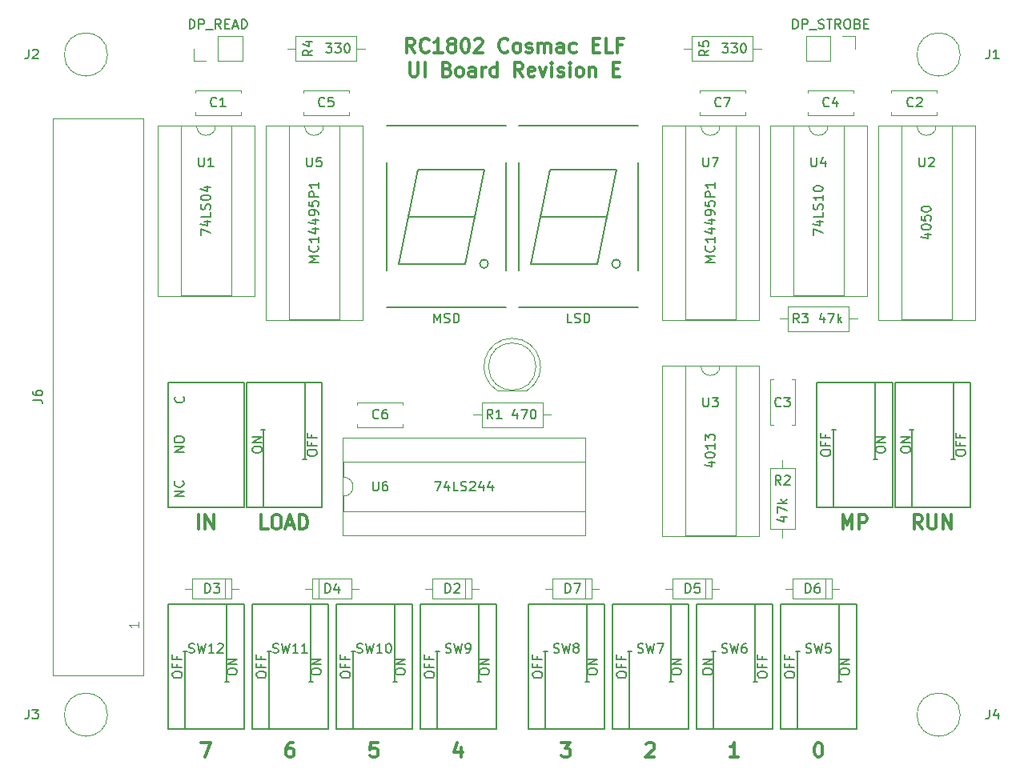
<source format=gto>
G04 #@! TF.FileFunction,Legend,Top*
%FSLAX46Y46*%
G04 Gerber Fmt 4.6, Leading zero omitted, Abs format (unit mm)*
G04 Created by KiCad (PCBNEW 4.0.7) date 10/16/18 23:41:00*
%MOMM*%
%LPD*%
G01*
G04 APERTURE LIST*
%ADD10C,0.100000*%
%ADD11C,0.300000*%
%ADD12C,0.120000*%
%ADD13C,0.150000*%
G04 APERTURE END LIST*
D10*
D11*
X124015715Y-121963571D02*
X123301429Y-121963571D01*
X123301429Y-120463571D01*
X124801429Y-120463571D02*
X125087143Y-120463571D01*
X125230001Y-120535000D01*
X125372858Y-120677857D01*
X125444286Y-120963571D01*
X125444286Y-121463571D01*
X125372858Y-121749286D01*
X125230001Y-121892143D01*
X125087143Y-121963571D01*
X124801429Y-121963571D01*
X124658572Y-121892143D01*
X124515715Y-121749286D01*
X124444286Y-121463571D01*
X124444286Y-120963571D01*
X124515715Y-120677857D01*
X124658572Y-120535000D01*
X124801429Y-120463571D01*
X126015715Y-121535000D02*
X126730001Y-121535000D01*
X125872858Y-121963571D02*
X126372858Y-120463571D01*
X126872858Y-121963571D01*
X127372858Y-121963571D02*
X127372858Y-120463571D01*
X127730001Y-120463571D01*
X127944286Y-120535000D01*
X128087144Y-120677857D01*
X128158572Y-120820714D01*
X128230001Y-121106429D01*
X128230001Y-121320714D01*
X128158572Y-121606429D01*
X128087144Y-121749286D01*
X127944286Y-121892143D01*
X127730001Y-121963571D01*
X127372858Y-121963571D01*
X116689286Y-121963571D02*
X116689286Y-120463571D01*
X117403572Y-121963571D02*
X117403572Y-120463571D01*
X118260715Y-121963571D01*
X118260715Y-120463571D01*
X193202857Y-121963571D02*
X192702857Y-121249286D01*
X192345714Y-121963571D02*
X192345714Y-120463571D01*
X192917142Y-120463571D01*
X193060000Y-120535000D01*
X193131428Y-120606429D01*
X193202857Y-120749286D01*
X193202857Y-120963571D01*
X193131428Y-121106429D01*
X193060000Y-121177857D01*
X192917142Y-121249286D01*
X192345714Y-121249286D01*
X193845714Y-120463571D02*
X193845714Y-121677857D01*
X193917142Y-121820714D01*
X193988571Y-121892143D01*
X194131428Y-121963571D01*
X194417142Y-121963571D01*
X194560000Y-121892143D01*
X194631428Y-121820714D01*
X194702857Y-121677857D01*
X194702857Y-120463571D01*
X195417143Y-121963571D02*
X195417143Y-120463571D01*
X196274286Y-121963571D01*
X196274286Y-120463571D01*
X184805000Y-121963571D02*
X184805000Y-120463571D01*
X185305000Y-121535000D01*
X185805000Y-120463571D01*
X185805000Y-121963571D01*
X186519286Y-121963571D02*
X186519286Y-120463571D01*
X187090714Y-120463571D01*
X187233572Y-120535000D01*
X187305000Y-120606429D01*
X187376429Y-120749286D01*
X187376429Y-120963571D01*
X187305000Y-121106429D01*
X187233572Y-121177857D01*
X187090714Y-121249286D01*
X186519286Y-121249286D01*
X116975001Y-144593571D02*
X117975001Y-144593571D01*
X117332144Y-146093571D01*
X126650715Y-144593571D02*
X126365001Y-144593571D01*
X126222144Y-144665000D01*
X126150715Y-144736429D01*
X126007858Y-144950714D01*
X125936429Y-145236429D01*
X125936429Y-145807857D01*
X126007858Y-145950714D01*
X126079286Y-146022143D01*
X126222144Y-146093571D01*
X126507858Y-146093571D01*
X126650715Y-146022143D01*
X126722144Y-145950714D01*
X126793572Y-145807857D01*
X126793572Y-145450714D01*
X126722144Y-145307857D01*
X126650715Y-145236429D01*
X126507858Y-145165000D01*
X126222144Y-145165000D01*
X126079286Y-145236429D01*
X126007858Y-145307857D01*
X125936429Y-145450714D01*
X135612144Y-144593571D02*
X134897858Y-144593571D01*
X134826429Y-145307857D01*
X134897858Y-145236429D01*
X135040715Y-145165000D01*
X135397858Y-145165000D01*
X135540715Y-145236429D01*
X135612144Y-145307857D01*
X135683572Y-145450714D01*
X135683572Y-145807857D01*
X135612144Y-145950714D01*
X135540715Y-146022143D01*
X135397858Y-146093571D01*
X135040715Y-146093571D01*
X134897858Y-146022143D01*
X134826429Y-145950714D01*
X144430715Y-145093571D02*
X144430715Y-146093571D01*
X144073572Y-144522143D02*
X143716429Y-145593571D01*
X144645001Y-145593571D01*
X155075001Y-144593571D02*
X156003572Y-144593571D01*
X155503572Y-145165000D01*
X155717858Y-145165000D01*
X155860715Y-145236429D01*
X155932144Y-145307857D01*
X156003572Y-145450714D01*
X156003572Y-145807857D01*
X155932144Y-145950714D01*
X155860715Y-146022143D01*
X155717858Y-146093571D01*
X155289286Y-146093571D01*
X155146429Y-146022143D01*
X155075001Y-145950714D01*
X164036429Y-144736429D02*
X164107858Y-144665000D01*
X164250715Y-144593571D01*
X164607858Y-144593571D01*
X164750715Y-144665000D01*
X164822144Y-144736429D01*
X164893572Y-144879286D01*
X164893572Y-145022143D01*
X164822144Y-145236429D01*
X163965001Y-146093571D01*
X164893572Y-146093571D01*
X173783572Y-146093571D02*
X172926429Y-146093571D01*
X173355001Y-146093571D02*
X173355001Y-144593571D01*
X173212144Y-144807857D01*
X173069286Y-144950714D01*
X172926429Y-145022143D01*
X182173572Y-144593571D02*
X182316429Y-144593571D01*
X182459286Y-144665000D01*
X182530715Y-144736429D01*
X182602144Y-144879286D01*
X182673572Y-145165000D01*
X182673572Y-145522143D01*
X182602144Y-145807857D01*
X182530715Y-145950714D01*
X182459286Y-146022143D01*
X182316429Y-146093571D01*
X182173572Y-146093571D01*
X182030715Y-146022143D01*
X181959286Y-145950714D01*
X181887858Y-145807857D01*
X181816429Y-145522143D01*
X181816429Y-145165000D01*
X181887858Y-144879286D01*
X181959286Y-144736429D01*
X182030715Y-144665000D01*
X182173572Y-144593571D01*
X139542573Y-71539571D02*
X139042573Y-70825286D01*
X138685430Y-71539571D02*
X138685430Y-70039571D01*
X139256858Y-70039571D01*
X139399716Y-70111000D01*
X139471144Y-70182429D01*
X139542573Y-70325286D01*
X139542573Y-70539571D01*
X139471144Y-70682429D01*
X139399716Y-70753857D01*
X139256858Y-70825286D01*
X138685430Y-70825286D01*
X141042573Y-71396714D02*
X140971144Y-71468143D01*
X140756858Y-71539571D01*
X140614001Y-71539571D01*
X140399716Y-71468143D01*
X140256858Y-71325286D01*
X140185430Y-71182429D01*
X140114001Y-70896714D01*
X140114001Y-70682429D01*
X140185430Y-70396714D01*
X140256858Y-70253857D01*
X140399716Y-70111000D01*
X140614001Y-70039571D01*
X140756858Y-70039571D01*
X140971144Y-70111000D01*
X141042573Y-70182429D01*
X142471144Y-71539571D02*
X141614001Y-71539571D01*
X142042573Y-71539571D02*
X142042573Y-70039571D01*
X141899716Y-70253857D01*
X141756858Y-70396714D01*
X141614001Y-70468143D01*
X143328287Y-70682429D02*
X143185429Y-70611000D01*
X143114001Y-70539571D01*
X143042572Y-70396714D01*
X143042572Y-70325286D01*
X143114001Y-70182429D01*
X143185429Y-70111000D01*
X143328287Y-70039571D01*
X143614001Y-70039571D01*
X143756858Y-70111000D01*
X143828287Y-70182429D01*
X143899715Y-70325286D01*
X143899715Y-70396714D01*
X143828287Y-70539571D01*
X143756858Y-70611000D01*
X143614001Y-70682429D01*
X143328287Y-70682429D01*
X143185429Y-70753857D01*
X143114001Y-70825286D01*
X143042572Y-70968143D01*
X143042572Y-71253857D01*
X143114001Y-71396714D01*
X143185429Y-71468143D01*
X143328287Y-71539571D01*
X143614001Y-71539571D01*
X143756858Y-71468143D01*
X143828287Y-71396714D01*
X143899715Y-71253857D01*
X143899715Y-70968143D01*
X143828287Y-70825286D01*
X143756858Y-70753857D01*
X143614001Y-70682429D01*
X144828286Y-70039571D02*
X144971143Y-70039571D01*
X145114000Y-70111000D01*
X145185429Y-70182429D01*
X145256858Y-70325286D01*
X145328286Y-70611000D01*
X145328286Y-70968143D01*
X145256858Y-71253857D01*
X145185429Y-71396714D01*
X145114000Y-71468143D01*
X144971143Y-71539571D01*
X144828286Y-71539571D01*
X144685429Y-71468143D01*
X144614000Y-71396714D01*
X144542572Y-71253857D01*
X144471143Y-70968143D01*
X144471143Y-70611000D01*
X144542572Y-70325286D01*
X144614000Y-70182429D01*
X144685429Y-70111000D01*
X144828286Y-70039571D01*
X145899714Y-70182429D02*
X145971143Y-70111000D01*
X146114000Y-70039571D01*
X146471143Y-70039571D01*
X146614000Y-70111000D01*
X146685429Y-70182429D01*
X146756857Y-70325286D01*
X146756857Y-70468143D01*
X146685429Y-70682429D01*
X145828286Y-71539571D01*
X146756857Y-71539571D01*
X149399714Y-71396714D02*
X149328285Y-71468143D01*
X149113999Y-71539571D01*
X148971142Y-71539571D01*
X148756857Y-71468143D01*
X148613999Y-71325286D01*
X148542571Y-71182429D01*
X148471142Y-70896714D01*
X148471142Y-70682429D01*
X148542571Y-70396714D01*
X148613999Y-70253857D01*
X148756857Y-70111000D01*
X148971142Y-70039571D01*
X149113999Y-70039571D01*
X149328285Y-70111000D01*
X149399714Y-70182429D01*
X150256857Y-71539571D02*
X150113999Y-71468143D01*
X150042571Y-71396714D01*
X149971142Y-71253857D01*
X149971142Y-70825286D01*
X150042571Y-70682429D01*
X150113999Y-70611000D01*
X150256857Y-70539571D01*
X150471142Y-70539571D01*
X150613999Y-70611000D01*
X150685428Y-70682429D01*
X150756857Y-70825286D01*
X150756857Y-71253857D01*
X150685428Y-71396714D01*
X150613999Y-71468143D01*
X150471142Y-71539571D01*
X150256857Y-71539571D01*
X151328285Y-71468143D02*
X151471142Y-71539571D01*
X151756857Y-71539571D01*
X151899714Y-71468143D01*
X151971142Y-71325286D01*
X151971142Y-71253857D01*
X151899714Y-71111000D01*
X151756857Y-71039571D01*
X151542571Y-71039571D01*
X151399714Y-70968143D01*
X151328285Y-70825286D01*
X151328285Y-70753857D01*
X151399714Y-70611000D01*
X151542571Y-70539571D01*
X151756857Y-70539571D01*
X151899714Y-70611000D01*
X152614000Y-71539571D02*
X152614000Y-70539571D01*
X152614000Y-70682429D02*
X152685428Y-70611000D01*
X152828286Y-70539571D01*
X153042571Y-70539571D01*
X153185428Y-70611000D01*
X153256857Y-70753857D01*
X153256857Y-71539571D01*
X153256857Y-70753857D02*
X153328286Y-70611000D01*
X153471143Y-70539571D01*
X153685428Y-70539571D01*
X153828286Y-70611000D01*
X153899714Y-70753857D01*
X153899714Y-71539571D01*
X155256857Y-71539571D02*
X155256857Y-70753857D01*
X155185428Y-70611000D01*
X155042571Y-70539571D01*
X154756857Y-70539571D01*
X154614000Y-70611000D01*
X155256857Y-71468143D02*
X155114000Y-71539571D01*
X154756857Y-71539571D01*
X154614000Y-71468143D01*
X154542571Y-71325286D01*
X154542571Y-71182429D01*
X154614000Y-71039571D01*
X154756857Y-70968143D01*
X155114000Y-70968143D01*
X155256857Y-70896714D01*
X156614000Y-71468143D02*
X156471143Y-71539571D01*
X156185429Y-71539571D01*
X156042571Y-71468143D01*
X155971143Y-71396714D01*
X155899714Y-71253857D01*
X155899714Y-70825286D01*
X155971143Y-70682429D01*
X156042571Y-70611000D01*
X156185429Y-70539571D01*
X156471143Y-70539571D01*
X156614000Y-70611000D01*
X158399714Y-70753857D02*
X158899714Y-70753857D01*
X159114000Y-71539571D02*
X158399714Y-71539571D01*
X158399714Y-70039571D01*
X159114000Y-70039571D01*
X160471143Y-71539571D02*
X159756857Y-71539571D01*
X159756857Y-70039571D01*
X161471143Y-70753857D02*
X160971143Y-70753857D01*
X160971143Y-71539571D02*
X160971143Y-70039571D01*
X161685429Y-70039571D01*
X139042571Y-72589571D02*
X139042571Y-73803857D01*
X139113999Y-73946714D01*
X139185428Y-74018143D01*
X139328285Y-74089571D01*
X139613999Y-74089571D01*
X139756857Y-74018143D01*
X139828285Y-73946714D01*
X139899714Y-73803857D01*
X139899714Y-72589571D01*
X140614000Y-74089571D02*
X140614000Y-72589571D01*
X142971143Y-73303857D02*
X143185429Y-73375286D01*
X143256857Y-73446714D01*
X143328286Y-73589571D01*
X143328286Y-73803857D01*
X143256857Y-73946714D01*
X143185429Y-74018143D01*
X143042571Y-74089571D01*
X142471143Y-74089571D01*
X142471143Y-72589571D01*
X142971143Y-72589571D01*
X143114000Y-72661000D01*
X143185429Y-72732429D01*
X143256857Y-72875286D01*
X143256857Y-73018143D01*
X143185429Y-73161000D01*
X143114000Y-73232429D01*
X142971143Y-73303857D01*
X142471143Y-73303857D01*
X144185429Y-74089571D02*
X144042571Y-74018143D01*
X143971143Y-73946714D01*
X143899714Y-73803857D01*
X143899714Y-73375286D01*
X143971143Y-73232429D01*
X144042571Y-73161000D01*
X144185429Y-73089571D01*
X144399714Y-73089571D01*
X144542571Y-73161000D01*
X144614000Y-73232429D01*
X144685429Y-73375286D01*
X144685429Y-73803857D01*
X144614000Y-73946714D01*
X144542571Y-74018143D01*
X144399714Y-74089571D01*
X144185429Y-74089571D01*
X145971143Y-74089571D02*
X145971143Y-73303857D01*
X145899714Y-73161000D01*
X145756857Y-73089571D01*
X145471143Y-73089571D01*
X145328286Y-73161000D01*
X145971143Y-74018143D02*
X145828286Y-74089571D01*
X145471143Y-74089571D01*
X145328286Y-74018143D01*
X145256857Y-73875286D01*
X145256857Y-73732429D01*
X145328286Y-73589571D01*
X145471143Y-73518143D01*
X145828286Y-73518143D01*
X145971143Y-73446714D01*
X146685429Y-74089571D02*
X146685429Y-73089571D01*
X146685429Y-73375286D02*
X146756857Y-73232429D01*
X146828286Y-73161000D01*
X146971143Y-73089571D01*
X147114000Y-73089571D01*
X148256857Y-74089571D02*
X148256857Y-72589571D01*
X148256857Y-74018143D02*
X148114000Y-74089571D01*
X147828286Y-74089571D01*
X147685428Y-74018143D01*
X147614000Y-73946714D01*
X147542571Y-73803857D01*
X147542571Y-73375286D01*
X147614000Y-73232429D01*
X147685428Y-73161000D01*
X147828286Y-73089571D01*
X148114000Y-73089571D01*
X148256857Y-73161000D01*
X150971143Y-74089571D02*
X150471143Y-73375286D01*
X150114000Y-74089571D02*
X150114000Y-72589571D01*
X150685428Y-72589571D01*
X150828286Y-72661000D01*
X150899714Y-72732429D01*
X150971143Y-72875286D01*
X150971143Y-73089571D01*
X150899714Y-73232429D01*
X150828286Y-73303857D01*
X150685428Y-73375286D01*
X150114000Y-73375286D01*
X152185428Y-74018143D02*
X152042571Y-74089571D01*
X151756857Y-74089571D01*
X151614000Y-74018143D01*
X151542571Y-73875286D01*
X151542571Y-73303857D01*
X151614000Y-73161000D01*
X151756857Y-73089571D01*
X152042571Y-73089571D01*
X152185428Y-73161000D01*
X152256857Y-73303857D01*
X152256857Y-73446714D01*
X151542571Y-73589571D01*
X152756857Y-73089571D02*
X153114000Y-74089571D01*
X153471142Y-73089571D01*
X154042571Y-74089571D02*
X154042571Y-73089571D01*
X154042571Y-72589571D02*
X153971142Y-72661000D01*
X154042571Y-72732429D01*
X154113999Y-72661000D01*
X154042571Y-72589571D01*
X154042571Y-72732429D01*
X154685428Y-74018143D02*
X154828285Y-74089571D01*
X155114000Y-74089571D01*
X155256857Y-74018143D01*
X155328285Y-73875286D01*
X155328285Y-73803857D01*
X155256857Y-73661000D01*
X155114000Y-73589571D01*
X154899714Y-73589571D01*
X154756857Y-73518143D01*
X154685428Y-73375286D01*
X154685428Y-73303857D01*
X154756857Y-73161000D01*
X154899714Y-73089571D01*
X155114000Y-73089571D01*
X155256857Y-73161000D01*
X155971143Y-74089571D02*
X155971143Y-73089571D01*
X155971143Y-72589571D02*
X155899714Y-72661000D01*
X155971143Y-72732429D01*
X156042571Y-72661000D01*
X155971143Y-72589571D01*
X155971143Y-72732429D01*
X156899715Y-74089571D02*
X156756857Y-74018143D01*
X156685429Y-73946714D01*
X156614000Y-73803857D01*
X156614000Y-73375286D01*
X156685429Y-73232429D01*
X156756857Y-73161000D01*
X156899715Y-73089571D01*
X157114000Y-73089571D01*
X157256857Y-73161000D01*
X157328286Y-73232429D01*
X157399715Y-73375286D01*
X157399715Y-73803857D01*
X157328286Y-73946714D01*
X157256857Y-74018143D01*
X157114000Y-74089571D01*
X156899715Y-74089571D01*
X158042572Y-73089571D02*
X158042572Y-74089571D01*
X158042572Y-73232429D02*
X158114000Y-73161000D01*
X158256858Y-73089571D01*
X158471143Y-73089571D01*
X158614000Y-73161000D01*
X158685429Y-73303857D01*
X158685429Y-74089571D01*
X160542572Y-73303857D02*
X161042572Y-73303857D01*
X161256858Y-74089571D02*
X160542572Y-74089571D01*
X160542572Y-72589571D01*
X161256858Y-72589571D01*
D12*
X183245000Y-79315000D02*
G75*
G02X181245000Y-79315000I-1000000J0D01*
G01*
X181245000Y-79315000D02*
X179595000Y-79315000D01*
X179595000Y-79315000D02*
X179595000Y-97215000D01*
X179595000Y-97215000D02*
X184895000Y-97215000D01*
X184895000Y-97215000D02*
X184895000Y-79315000D01*
X184895000Y-79315000D02*
X183245000Y-79315000D01*
X177105000Y-79255000D02*
X177105000Y-97275000D01*
X177105000Y-97275000D02*
X187385000Y-97275000D01*
X187385000Y-97275000D02*
X187385000Y-79255000D01*
X187385000Y-79255000D02*
X177105000Y-79255000D01*
X101245000Y-137410000D02*
X101245000Y-78490000D01*
X101245000Y-78490000D02*
X110845000Y-78490000D01*
X110845000Y-78490000D02*
X110845000Y-137410000D01*
X110845000Y-137410000D02*
X101245000Y-137410000D01*
X171815000Y-79315000D02*
G75*
G02X169815000Y-79315000I-1000000J0D01*
G01*
X169815000Y-79315000D02*
X168165000Y-79315000D01*
X168165000Y-79315000D02*
X168165000Y-99755000D01*
X168165000Y-99755000D02*
X173465000Y-99755000D01*
X173465000Y-99755000D02*
X173465000Y-79315000D01*
X173465000Y-79315000D02*
X171815000Y-79315000D01*
X165675000Y-79255000D02*
X165675000Y-99815000D01*
X165675000Y-99815000D02*
X175955000Y-99815000D01*
X175955000Y-99815000D02*
X175955000Y-79255000D01*
X175955000Y-79255000D02*
X165675000Y-79255000D01*
X132020000Y-116475000D02*
G75*
G02X132020000Y-118475000I0J-1000000D01*
G01*
X132020000Y-118475000D02*
X132020000Y-120125000D01*
X132020000Y-120125000D02*
X157540000Y-120125000D01*
X157540000Y-120125000D02*
X157540000Y-114825000D01*
X157540000Y-114825000D02*
X132020000Y-114825000D01*
X132020000Y-114825000D02*
X132020000Y-116475000D01*
X131960000Y-122615000D02*
X157600000Y-122615000D01*
X157600000Y-122615000D02*
X157600000Y-112335000D01*
X157600000Y-112335000D02*
X131960000Y-112335000D01*
X131960000Y-112335000D02*
X131960000Y-122615000D01*
X171815000Y-104715000D02*
G75*
G02X169815000Y-104715000I-1000000J0D01*
G01*
X169815000Y-104715000D02*
X168165000Y-104715000D01*
X168165000Y-104715000D02*
X168165000Y-122615000D01*
X168165000Y-122615000D02*
X173465000Y-122615000D01*
X173465000Y-122615000D02*
X173465000Y-104715000D01*
X173465000Y-104715000D02*
X171815000Y-104715000D01*
X165675000Y-104655000D02*
X165675000Y-122675000D01*
X165675000Y-122675000D02*
X175955000Y-122675000D01*
X175955000Y-122675000D02*
X175955000Y-104655000D01*
X175955000Y-104655000D02*
X165675000Y-104655000D01*
X194675000Y-79315000D02*
G75*
G02X192675000Y-79315000I-1000000J0D01*
G01*
X192675000Y-79315000D02*
X191025000Y-79315000D01*
X191025000Y-79315000D02*
X191025000Y-99755000D01*
X191025000Y-99755000D02*
X196325000Y-99755000D01*
X196325000Y-99755000D02*
X196325000Y-79315000D01*
X196325000Y-79315000D02*
X194675000Y-79315000D01*
X188535000Y-79255000D02*
X188535000Y-99815000D01*
X188535000Y-99815000D02*
X198815000Y-99815000D01*
X198815000Y-99815000D02*
X198815000Y-79255000D01*
X198815000Y-79255000D02*
X188535000Y-79255000D01*
X118475000Y-79315000D02*
G75*
G02X116475000Y-79315000I-1000000J0D01*
G01*
X116475000Y-79315000D02*
X114825000Y-79315000D01*
X114825000Y-79315000D02*
X114825000Y-97215000D01*
X114825000Y-97215000D02*
X120125000Y-97215000D01*
X120125000Y-97215000D02*
X120125000Y-79315000D01*
X120125000Y-79315000D02*
X118475000Y-79315000D01*
X112335000Y-79255000D02*
X112335000Y-97275000D01*
X112335000Y-97275000D02*
X122615000Y-97275000D01*
X122615000Y-97275000D02*
X122615000Y-79255000D01*
X122615000Y-79255000D02*
X112335000Y-79255000D01*
X107061000Y-71755000D02*
G75*
G03X107061000Y-71755000I-2286000J0D01*
G01*
X197231000Y-71755000D02*
G75*
G03X197231000Y-71755000I-2286000J0D01*
G01*
X129905000Y-79315000D02*
G75*
G02X127905000Y-79315000I-1000000J0D01*
G01*
X127905000Y-79315000D02*
X126255000Y-79315000D01*
X126255000Y-79315000D02*
X126255000Y-99755000D01*
X126255000Y-99755000D02*
X131555000Y-99755000D01*
X131555000Y-99755000D02*
X131555000Y-79315000D01*
X131555000Y-79315000D02*
X129905000Y-79315000D01*
X123765000Y-79255000D02*
X123765000Y-99815000D01*
X123765000Y-99815000D02*
X134045000Y-99815000D01*
X134045000Y-99815000D02*
X134045000Y-79255000D01*
X134045000Y-79255000D02*
X123765000Y-79255000D01*
X179035000Y-98385000D02*
X179035000Y-101005000D01*
X179035000Y-101005000D02*
X185455000Y-101005000D01*
X185455000Y-101005000D02*
X185455000Y-98385000D01*
X185455000Y-98385000D02*
X179035000Y-98385000D01*
X178145000Y-99695000D02*
X179035000Y-99695000D01*
X186345000Y-99695000D02*
X185455000Y-99695000D01*
X177125000Y-121955000D02*
X179745000Y-121955000D01*
X179745000Y-121955000D02*
X179745000Y-115535000D01*
X179745000Y-115535000D02*
X177125000Y-115535000D01*
X177125000Y-115535000D02*
X177125000Y-121955000D01*
X178435000Y-122845000D02*
X178435000Y-121955000D01*
X178435000Y-114645000D02*
X178435000Y-115535000D01*
X153070000Y-111165000D02*
X153070000Y-108545000D01*
X153070000Y-108545000D02*
X146650000Y-108545000D01*
X146650000Y-108545000D02*
X146650000Y-111165000D01*
X146650000Y-111165000D02*
X153070000Y-111165000D01*
X153960000Y-109855000D02*
X153070000Y-109855000D01*
X145760000Y-109855000D02*
X146650000Y-109855000D01*
X197231000Y-141605000D02*
G75*
G03X197231000Y-141605000I-2286000J0D01*
G01*
X107061000Y-141605000D02*
G75*
G03X107061000Y-141605000I-2286000J0D01*
G01*
X158270000Y-129330000D02*
X158270000Y-127210000D01*
X158270000Y-127210000D02*
X154150000Y-127210000D01*
X154150000Y-127210000D02*
X154150000Y-129330000D01*
X154150000Y-129330000D02*
X158270000Y-129330000D01*
X159040000Y-128270000D02*
X158270000Y-128270000D01*
X153380000Y-128270000D02*
X154150000Y-128270000D01*
X157610000Y-129330000D02*
X157610000Y-127210000D01*
X183670000Y-129330000D02*
X183670000Y-127210000D01*
X183670000Y-127210000D02*
X179550000Y-127210000D01*
X179550000Y-127210000D02*
X179550000Y-129330000D01*
X179550000Y-129330000D02*
X183670000Y-129330000D01*
X184440000Y-128270000D02*
X183670000Y-128270000D01*
X178780000Y-128270000D02*
X179550000Y-128270000D01*
X183010000Y-129330000D02*
X183010000Y-127210000D01*
X170970000Y-129330000D02*
X170970000Y-127210000D01*
X170970000Y-127210000D02*
X166850000Y-127210000D01*
X166850000Y-127210000D02*
X166850000Y-129330000D01*
X166850000Y-129330000D02*
X170970000Y-129330000D01*
X171740000Y-128270000D02*
X170970000Y-128270000D01*
X166080000Y-128270000D02*
X166850000Y-128270000D01*
X170310000Y-129330000D02*
X170310000Y-127210000D01*
X128750000Y-127210000D02*
X128750000Y-129330000D01*
X128750000Y-129330000D02*
X132870000Y-129330000D01*
X132870000Y-129330000D02*
X132870000Y-127210000D01*
X132870000Y-127210000D02*
X128750000Y-127210000D01*
X127980000Y-128270000D02*
X128750000Y-128270000D01*
X133640000Y-128270000D02*
X132870000Y-128270000D01*
X129410000Y-127210000D02*
X129410000Y-129330000D01*
X120170000Y-129330000D02*
X120170000Y-127210000D01*
X120170000Y-127210000D02*
X116050000Y-127210000D01*
X116050000Y-127210000D02*
X116050000Y-129330000D01*
X116050000Y-129330000D02*
X120170000Y-129330000D01*
X120940000Y-128270000D02*
X120170000Y-128270000D01*
X115280000Y-128270000D02*
X116050000Y-128270000D01*
X119510000Y-129330000D02*
X119510000Y-127210000D01*
X145570000Y-129330000D02*
X145570000Y-127210000D01*
X145570000Y-127210000D02*
X141450000Y-127210000D01*
X141450000Y-127210000D02*
X141450000Y-129330000D01*
X141450000Y-129330000D02*
X145570000Y-129330000D01*
X146340000Y-128270000D02*
X145570000Y-128270000D01*
X140680000Y-128270000D02*
X141450000Y-128270000D01*
X144910000Y-129330000D02*
X144910000Y-127210000D01*
X149860462Y-101785000D02*
G75*
G03X148315170Y-107335000I-462J-2990000D01*
G01*
X149859538Y-101785000D02*
G75*
G02X151404830Y-107335000I462J-2990000D01*
G01*
X152360000Y-104775000D02*
G75*
G03X152360000Y-104775000I-2500000J0D01*
G01*
X148315000Y-107335000D02*
X151405000Y-107335000D01*
X174535000Y-78145000D02*
X169715000Y-78145000D01*
X174535000Y-75525000D02*
X169715000Y-75525000D01*
X174535000Y-78145000D02*
X174535000Y-77831000D01*
X174535000Y-75839000D02*
X174535000Y-75525000D01*
X169715000Y-78145000D02*
X169715000Y-77831000D01*
X169715000Y-75839000D02*
X169715000Y-75525000D01*
X133440000Y-108545000D02*
X138260000Y-108545000D01*
X133440000Y-111165000D02*
X138260000Y-111165000D01*
X133440000Y-108545000D02*
X133440000Y-108859000D01*
X133440000Y-110851000D02*
X133440000Y-111165000D01*
X138260000Y-108545000D02*
X138260000Y-108859000D01*
X138260000Y-110851000D02*
X138260000Y-111165000D01*
X132625000Y-78145000D02*
X127805000Y-78145000D01*
X132625000Y-75525000D02*
X127805000Y-75525000D01*
X132625000Y-78145000D02*
X132625000Y-77831000D01*
X132625000Y-75839000D02*
X132625000Y-75525000D01*
X127805000Y-78145000D02*
X127805000Y-77831000D01*
X127805000Y-75839000D02*
X127805000Y-75525000D01*
X185965000Y-78145000D02*
X181145000Y-78145000D01*
X185965000Y-75525000D02*
X181145000Y-75525000D01*
X185965000Y-78145000D02*
X185965000Y-77831000D01*
X185965000Y-75839000D02*
X185965000Y-75525000D01*
X181145000Y-78145000D02*
X181145000Y-77831000D01*
X181145000Y-75839000D02*
X181145000Y-75525000D01*
X179745000Y-106135000D02*
X179745000Y-110955000D01*
X177125000Y-106135000D02*
X177125000Y-110955000D01*
X179745000Y-106135000D02*
X179431000Y-106135000D01*
X177439000Y-106135000D02*
X177125000Y-106135000D01*
X179745000Y-110955000D02*
X179431000Y-110955000D01*
X177439000Y-110955000D02*
X177125000Y-110955000D01*
X189955000Y-75525000D02*
X194775000Y-75525000D01*
X189955000Y-78145000D02*
X194775000Y-78145000D01*
X189955000Y-75525000D02*
X189955000Y-75839000D01*
X189955000Y-77831000D02*
X189955000Y-78145000D01*
X194775000Y-75525000D02*
X194775000Y-75839000D01*
X194775000Y-77831000D02*
X194775000Y-78145000D01*
X121195000Y-78145000D02*
X116375000Y-78145000D01*
X121195000Y-75525000D02*
X116375000Y-75525000D01*
X121195000Y-78145000D02*
X121195000Y-77831000D01*
X121195000Y-75839000D02*
X121195000Y-75525000D01*
X116375000Y-78145000D02*
X116375000Y-77831000D01*
X116375000Y-75839000D02*
X116375000Y-75525000D01*
D13*
X161292214Y-93900000D02*
G75*
G03X161292214Y-93900000I-447214J0D01*
G01*
X153845000Y-83900000D02*
X152845000Y-88900000D01*
X152845000Y-88900000D02*
X151845000Y-93900000D01*
X151845000Y-93900000D02*
X158845000Y-93900000D01*
X158845000Y-93900000D02*
X159845000Y-88900000D01*
X160845000Y-83900000D02*
X159845000Y-88900000D01*
X159845000Y-88900000D02*
X152845000Y-88900000D01*
X153845000Y-83900000D02*
X160845000Y-83900000D01*
X163145000Y-98500000D02*
X150545000Y-98500000D01*
X150545000Y-83200000D02*
X150545000Y-94600000D01*
X163145000Y-83200000D02*
X163145000Y-94600000D01*
X150545000Y-79300000D02*
X163145000Y-79300000D01*
X147322214Y-93900000D02*
G75*
G03X147322214Y-93900000I-447214J0D01*
G01*
X139875000Y-83900000D02*
X138875000Y-88900000D01*
X138875000Y-88900000D02*
X137875000Y-93900000D01*
X137875000Y-93900000D02*
X144875000Y-93900000D01*
X144875000Y-93900000D02*
X145875000Y-88900000D01*
X146875000Y-83900000D02*
X145875000Y-88900000D01*
X145875000Y-88900000D02*
X138875000Y-88900000D01*
X139875000Y-83900000D02*
X146875000Y-83900000D01*
X149175000Y-98500000D02*
X136575000Y-98500000D01*
X136575000Y-83200000D02*
X136575000Y-94600000D01*
X149175000Y-83200000D02*
X149175000Y-94600000D01*
X136575000Y-79300000D02*
X149175000Y-79300000D01*
X196310000Y-114630000D02*
X196710000Y-114630000D01*
X191910000Y-111430000D02*
X192310000Y-111430000D01*
X196510000Y-114630000D02*
X196510000Y-106430000D01*
X192110000Y-119630000D02*
X192110000Y-111430000D01*
X198310000Y-119630000D02*
X194310000Y-119630000D01*
X194310000Y-119630000D02*
X190310000Y-119630000D01*
X198310000Y-106430000D02*
X194310000Y-106430000D01*
X194310000Y-106430000D02*
X190310000Y-106430000D01*
X190310000Y-119630000D02*
X190310000Y-106430000D01*
X198310000Y-119630000D02*
X198310000Y-106430000D01*
X127730000Y-114630000D02*
X128130000Y-114630000D01*
X123330000Y-111430000D02*
X123730000Y-111430000D01*
X127930000Y-114630000D02*
X127930000Y-106430000D01*
X123530000Y-119630000D02*
X123530000Y-111430000D01*
X129730000Y-119630000D02*
X125730000Y-119630000D01*
X125730000Y-119630000D02*
X121730000Y-119630000D01*
X129730000Y-106430000D02*
X125730000Y-106430000D01*
X125730000Y-106430000D02*
X121730000Y-106430000D01*
X121730000Y-119630000D02*
X121730000Y-106430000D01*
X129730000Y-119630000D02*
X129730000Y-106430000D01*
X175355000Y-138125000D02*
X175755000Y-138125000D01*
X170955000Y-134925000D02*
X171355000Y-134925000D01*
X175555000Y-138125000D02*
X175555000Y-129925000D01*
X171155000Y-143125000D02*
X171155000Y-134925000D01*
X177355000Y-143125000D02*
X173355000Y-143125000D01*
X173355000Y-143125000D02*
X169355000Y-143125000D01*
X177355000Y-129925000D02*
X173355000Y-129925000D01*
X173355000Y-129925000D02*
X169355000Y-129925000D01*
X169355000Y-143125000D02*
X169355000Y-129925000D01*
X177355000Y-143125000D02*
X177355000Y-129925000D01*
D12*
X121345000Y-72450000D02*
X121345000Y-69790000D01*
X118745000Y-72450000D02*
X121345000Y-72450000D01*
X118745000Y-69790000D02*
X121345000Y-69790000D01*
X118745000Y-72450000D02*
X118745000Y-69790000D01*
X117475000Y-72450000D02*
X116145000Y-72450000D01*
X116145000Y-72450000D02*
X116145000Y-71120000D01*
X180915000Y-69790000D02*
X180915000Y-72450000D01*
X183515000Y-69790000D02*
X180915000Y-69790000D01*
X183515000Y-72450000D02*
X180915000Y-72450000D01*
X183515000Y-69790000D02*
X183515000Y-72450000D01*
X184785000Y-69790000D02*
X186115000Y-69790000D01*
X186115000Y-69790000D02*
X186115000Y-71120000D01*
X126965000Y-69810000D02*
X126965000Y-72430000D01*
X126965000Y-72430000D02*
X133385000Y-72430000D01*
X133385000Y-72430000D02*
X133385000Y-69810000D01*
X133385000Y-69810000D02*
X126965000Y-69810000D01*
X126075000Y-71120000D02*
X126965000Y-71120000D01*
X134275000Y-71120000D02*
X133385000Y-71120000D01*
X175295000Y-72430000D02*
X175295000Y-69810000D01*
X175295000Y-69810000D02*
X168875000Y-69810000D01*
X168875000Y-69810000D02*
X168875000Y-72430000D01*
X168875000Y-72430000D02*
X175295000Y-72430000D01*
X176185000Y-71120000D02*
X175295000Y-71120000D01*
X167985000Y-71120000D02*
X168875000Y-71120000D01*
D13*
X184055000Y-111430000D02*
X183655000Y-111430000D01*
X188455000Y-114630000D02*
X188055000Y-114630000D01*
X183855000Y-111430000D02*
X183855000Y-119630000D01*
X188255000Y-106430000D02*
X188255000Y-114630000D01*
X182055000Y-106430000D02*
X186055000Y-106430000D01*
X186055000Y-106430000D02*
X190055000Y-106430000D01*
X182055000Y-119630000D02*
X186055000Y-119630000D01*
X186055000Y-119630000D02*
X190055000Y-119630000D01*
X190055000Y-106430000D02*
X190055000Y-119630000D01*
X182055000Y-106430000D02*
X182055000Y-119630000D01*
X115475000Y-134925000D02*
X115075000Y-134925000D01*
X119875000Y-138125000D02*
X119475000Y-138125000D01*
X115275000Y-134925000D02*
X115275000Y-143125000D01*
X119675000Y-129925000D02*
X119675000Y-138125000D01*
X113475000Y-129925000D02*
X117475000Y-129925000D01*
X117475000Y-129925000D02*
X121475000Y-129925000D01*
X113475000Y-143125000D02*
X117475000Y-143125000D01*
X117475000Y-143125000D02*
X121475000Y-143125000D01*
X121475000Y-129925000D02*
X121475000Y-143125000D01*
X113475000Y-129925000D02*
X113475000Y-143125000D01*
X124365000Y-134925000D02*
X123965000Y-134925000D01*
X128765000Y-138125000D02*
X128365000Y-138125000D01*
X124165000Y-134925000D02*
X124165000Y-143125000D01*
X128565000Y-129925000D02*
X128565000Y-138125000D01*
X122365000Y-129925000D02*
X126365000Y-129925000D01*
X126365000Y-129925000D02*
X130365000Y-129925000D01*
X122365000Y-143125000D02*
X126365000Y-143125000D01*
X126365000Y-143125000D02*
X130365000Y-143125000D01*
X130365000Y-129925000D02*
X130365000Y-143125000D01*
X122365000Y-129925000D02*
X122365000Y-143125000D01*
X133255000Y-134925000D02*
X132855000Y-134925000D01*
X137655000Y-138125000D02*
X137255000Y-138125000D01*
X133055000Y-134925000D02*
X133055000Y-143125000D01*
X137455000Y-129925000D02*
X137455000Y-138125000D01*
X131255000Y-129925000D02*
X135255000Y-129925000D01*
X135255000Y-129925000D02*
X139255000Y-129925000D01*
X131255000Y-143125000D02*
X135255000Y-143125000D01*
X135255000Y-143125000D02*
X139255000Y-143125000D01*
X139255000Y-129925000D02*
X139255000Y-143125000D01*
X131255000Y-129925000D02*
X131255000Y-143125000D01*
X142145000Y-134925000D02*
X141745000Y-134925000D01*
X146545000Y-138125000D02*
X146145000Y-138125000D01*
X141945000Y-134925000D02*
X141945000Y-143125000D01*
X146345000Y-129925000D02*
X146345000Y-138125000D01*
X140145000Y-129925000D02*
X144145000Y-129925000D01*
X144145000Y-129925000D02*
X148145000Y-129925000D01*
X140145000Y-143125000D02*
X144145000Y-143125000D01*
X144145000Y-143125000D02*
X148145000Y-143125000D01*
X148145000Y-129925000D02*
X148145000Y-143125000D01*
X140145000Y-129925000D02*
X140145000Y-143125000D01*
X153575000Y-134925000D02*
X153175000Y-134925000D01*
X157975000Y-138125000D02*
X157575000Y-138125000D01*
X153375000Y-134925000D02*
X153375000Y-143125000D01*
X157775000Y-129925000D02*
X157775000Y-138125000D01*
X151575000Y-129925000D02*
X155575000Y-129925000D01*
X155575000Y-129925000D02*
X159575000Y-129925000D01*
X151575000Y-143125000D02*
X155575000Y-143125000D01*
X155575000Y-143125000D02*
X159575000Y-143125000D01*
X159575000Y-129925000D02*
X159575000Y-143125000D01*
X151575000Y-129925000D02*
X151575000Y-143125000D01*
X162465000Y-134925000D02*
X162065000Y-134925000D01*
X166865000Y-138125000D02*
X166465000Y-138125000D01*
X162265000Y-134925000D02*
X162265000Y-143125000D01*
X166665000Y-129925000D02*
X166665000Y-138125000D01*
X160465000Y-129925000D02*
X164465000Y-129925000D01*
X164465000Y-129925000D02*
X168465000Y-129925000D01*
X160465000Y-143125000D02*
X164465000Y-143125000D01*
X164465000Y-143125000D02*
X168465000Y-143125000D01*
X168465000Y-129925000D02*
X168465000Y-143125000D01*
X160465000Y-129925000D02*
X160465000Y-143125000D01*
X180245000Y-134925000D02*
X179845000Y-134925000D01*
X184645000Y-138125000D02*
X184245000Y-138125000D01*
X180045000Y-134925000D02*
X180045000Y-143125000D01*
X184445000Y-129925000D02*
X184445000Y-138125000D01*
X178245000Y-129925000D02*
X182245000Y-129925000D01*
X182245000Y-129925000D02*
X186245000Y-129925000D01*
X178245000Y-143125000D02*
X182245000Y-143125000D01*
X182245000Y-143125000D02*
X186245000Y-143125000D01*
X186245000Y-129925000D02*
X186245000Y-143125000D01*
X178245000Y-129925000D02*
X178245000Y-143125000D01*
X113475000Y-106530000D02*
X113475000Y-106430000D01*
X113475000Y-106430000D02*
X121475000Y-106430000D01*
X121475000Y-106430000D02*
X121475000Y-106530000D01*
X121475000Y-119530000D02*
X121475000Y-119630000D01*
X121475000Y-119630000D02*
X113475000Y-119630000D01*
X113475000Y-119630000D02*
X113475000Y-119530000D01*
X113475000Y-119530000D02*
X113475000Y-106530000D01*
X121475000Y-119530000D02*
X121475000Y-106530000D01*
X181483095Y-82637381D02*
X181483095Y-83446905D01*
X181530714Y-83542143D01*
X181578333Y-83589762D01*
X181673571Y-83637381D01*
X181864048Y-83637381D01*
X181959286Y-83589762D01*
X182006905Y-83542143D01*
X182054524Y-83446905D01*
X182054524Y-82637381D01*
X182959286Y-82970714D02*
X182959286Y-83637381D01*
X182721190Y-82589762D02*
X182483095Y-83304048D01*
X183102143Y-83304048D01*
X181697381Y-90907857D02*
X181697381Y-90241190D01*
X182697381Y-90669762D01*
X182030714Y-89431666D02*
X182697381Y-89431666D01*
X181649762Y-89669762D02*
X182364048Y-89907857D01*
X182364048Y-89288809D01*
X182697381Y-88431666D02*
X182697381Y-88907857D01*
X181697381Y-88907857D01*
X182649762Y-88145952D02*
X182697381Y-88003095D01*
X182697381Y-87764999D01*
X182649762Y-87669761D01*
X182602143Y-87622142D01*
X182506905Y-87574523D01*
X182411667Y-87574523D01*
X182316429Y-87622142D01*
X182268810Y-87669761D01*
X182221190Y-87764999D01*
X182173571Y-87955476D01*
X182125952Y-88050714D01*
X182078333Y-88098333D01*
X181983095Y-88145952D01*
X181887857Y-88145952D01*
X181792619Y-88098333D01*
X181745000Y-88050714D01*
X181697381Y-87955476D01*
X181697381Y-87717380D01*
X181745000Y-87574523D01*
X182697381Y-86622142D02*
X182697381Y-87193571D01*
X182697381Y-86907857D02*
X181697381Y-86907857D01*
X181840238Y-87003095D01*
X181935476Y-87098333D01*
X181983095Y-87193571D01*
X181697381Y-86003095D02*
X181697381Y-85907856D01*
X181745000Y-85812618D01*
X181792619Y-85764999D01*
X181887857Y-85717380D01*
X182078333Y-85669761D01*
X182316429Y-85669761D01*
X182506905Y-85717380D01*
X182602143Y-85764999D01*
X182649762Y-85812618D01*
X182697381Y-85907856D01*
X182697381Y-86003095D01*
X182649762Y-86098333D01*
X182602143Y-86145952D01*
X182506905Y-86193571D01*
X182316429Y-86241190D01*
X182078333Y-86241190D01*
X181887857Y-86193571D01*
X181792619Y-86145952D01*
X181745000Y-86098333D01*
X181697381Y-86003095D01*
X99147381Y-108283333D02*
X99861667Y-108283333D01*
X100004524Y-108330953D01*
X100099762Y-108426191D01*
X100147381Y-108569048D01*
X100147381Y-108664286D01*
X99147381Y-107378571D02*
X99147381Y-107569048D01*
X99195000Y-107664286D01*
X99242619Y-107711905D01*
X99385476Y-107807143D01*
X99575952Y-107854762D01*
X99956905Y-107854762D01*
X100052143Y-107807143D01*
X100099762Y-107759524D01*
X100147381Y-107664286D01*
X100147381Y-107473809D01*
X100099762Y-107378571D01*
X100052143Y-107330952D01*
X99956905Y-107283333D01*
X99718810Y-107283333D01*
X99623571Y-107330952D01*
X99575952Y-107378571D01*
X99528333Y-107473809D01*
X99528333Y-107664286D01*
X99575952Y-107759524D01*
X99623571Y-107807143D01*
X99718810Y-107854762D01*
D12*
X110307381Y-131794285D02*
X110307381Y-132365714D01*
X110307381Y-132080000D02*
X109307381Y-132080000D01*
X109450238Y-132175238D01*
X109545476Y-132270476D01*
X109593095Y-132365714D01*
D13*
X170053095Y-82637381D02*
X170053095Y-83446905D01*
X170100714Y-83542143D01*
X170148333Y-83589762D01*
X170243571Y-83637381D01*
X170434048Y-83637381D01*
X170529286Y-83589762D01*
X170576905Y-83542143D01*
X170624524Y-83446905D01*
X170624524Y-82637381D01*
X171005476Y-82637381D02*
X171672143Y-82637381D01*
X171243571Y-83637381D01*
X171267381Y-93725476D02*
X170267381Y-93725476D01*
X170981667Y-93392142D01*
X170267381Y-93058809D01*
X171267381Y-93058809D01*
X171172143Y-92011190D02*
X171219762Y-92058809D01*
X171267381Y-92201666D01*
X171267381Y-92296904D01*
X171219762Y-92439762D01*
X171124524Y-92535000D01*
X171029286Y-92582619D01*
X170838810Y-92630238D01*
X170695952Y-92630238D01*
X170505476Y-92582619D01*
X170410238Y-92535000D01*
X170315000Y-92439762D01*
X170267381Y-92296904D01*
X170267381Y-92201666D01*
X170315000Y-92058809D01*
X170362619Y-92011190D01*
X171267381Y-91058809D02*
X171267381Y-91630238D01*
X171267381Y-91344524D02*
X170267381Y-91344524D01*
X170410238Y-91439762D01*
X170505476Y-91535000D01*
X170553095Y-91630238D01*
X170600714Y-90201666D02*
X171267381Y-90201666D01*
X170219762Y-90439762D02*
X170934048Y-90677857D01*
X170934048Y-90058809D01*
X170600714Y-89249285D02*
X171267381Y-89249285D01*
X170219762Y-89487381D02*
X170934048Y-89725476D01*
X170934048Y-89106428D01*
X171267381Y-88677857D02*
X171267381Y-88487381D01*
X171219762Y-88392142D01*
X171172143Y-88344523D01*
X171029286Y-88249285D01*
X170838810Y-88201666D01*
X170457857Y-88201666D01*
X170362619Y-88249285D01*
X170315000Y-88296904D01*
X170267381Y-88392142D01*
X170267381Y-88582619D01*
X170315000Y-88677857D01*
X170362619Y-88725476D01*
X170457857Y-88773095D01*
X170695952Y-88773095D01*
X170791190Y-88725476D01*
X170838810Y-88677857D01*
X170886429Y-88582619D01*
X170886429Y-88392142D01*
X170838810Y-88296904D01*
X170791190Y-88249285D01*
X170695952Y-88201666D01*
X170267381Y-87296904D02*
X170267381Y-87773095D01*
X170743571Y-87820714D01*
X170695952Y-87773095D01*
X170648333Y-87677857D01*
X170648333Y-87439761D01*
X170695952Y-87344523D01*
X170743571Y-87296904D01*
X170838810Y-87249285D01*
X171076905Y-87249285D01*
X171172143Y-87296904D01*
X171219762Y-87344523D01*
X171267381Y-87439761D01*
X171267381Y-87677857D01*
X171219762Y-87773095D01*
X171172143Y-87820714D01*
X171267381Y-86820714D02*
X170267381Y-86820714D01*
X170267381Y-86439761D01*
X170315000Y-86344523D01*
X170362619Y-86296904D01*
X170457857Y-86249285D01*
X170600714Y-86249285D01*
X170695952Y-86296904D01*
X170743571Y-86344523D01*
X170791190Y-86439761D01*
X170791190Y-86820714D01*
X171267381Y-85296904D02*
X171267381Y-85868333D01*
X171267381Y-85582619D02*
X170267381Y-85582619D01*
X170410238Y-85677857D01*
X170505476Y-85773095D01*
X170553095Y-85868333D01*
X135128095Y-116927381D02*
X135128095Y-117736905D01*
X135175714Y-117832143D01*
X135223333Y-117879762D01*
X135318571Y-117927381D01*
X135509048Y-117927381D01*
X135604286Y-117879762D01*
X135651905Y-117832143D01*
X135699524Y-117736905D01*
X135699524Y-116927381D01*
X136604286Y-116927381D02*
X136413809Y-116927381D01*
X136318571Y-116975000D01*
X136270952Y-117022619D01*
X136175714Y-117165476D01*
X136128095Y-117355952D01*
X136128095Y-117736905D01*
X136175714Y-117832143D01*
X136223333Y-117879762D01*
X136318571Y-117927381D01*
X136509048Y-117927381D01*
X136604286Y-117879762D01*
X136651905Y-117832143D01*
X136699524Y-117736905D01*
X136699524Y-117498810D01*
X136651905Y-117403571D01*
X136604286Y-117355952D01*
X136509048Y-117308333D01*
X136318571Y-117308333D01*
X136223333Y-117355952D01*
X136175714Y-117403571D01*
X136128095Y-117498810D01*
X141660952Y-116927381D02*
X142327619Y-116927381D01*
X141899047Y-117927381D01*
X143137143Y-117260714D02*
X143137143Y-117927381D01*
X142899047Y-116879762D02*
X142660952Y-117594048D01*
X143280000Y-117594048D01*
X144137143Y-117927381D02*
X143660952Y-117927381D01*
X143660952Y-116927381D01*
X144422857Y-117879762D02*
X144565714Y-117927381D01*
X144803810Y-117927381D01*
X144899048Y-117879762D01*
X144946667Y-117832143D01*
X144994286Y-117736905D01*
X144994286Y-117641667D01*
X144946667Y-117546429D01*
X144899048Y-117498810D01*
X144803810Y-117451190D01*
X144613333Y-117403571D01*
X144518095Y-117355952D01*
X144470476Y-117308333D01*
X144422857Y-117213095D01*
X144422857Y-117117857D01*
X144470476Y-117022619D01*
X144518095Y-116975000D01*
X144613333Y-116927381D01*
X144851429Y-116927381D01*
X144994286Y-116975000D01*
X145375238Y-117022619D02*
X145422857Y-116975000D01*
X145518095Y-116927381D01*
X145756191Y-116927381D01*
X145851429Y-116975000D01*
X145899048Y-117022619D01*
X145946667Y-117117857D01*
X145946667Y-117213095D01*
X145899048Y-117355952D01*
X145327619Y-117927381D01*
X145946667Y-117927381D01*
X146803810Y-117260714D02*
X146803810Y-117927381D01*
X146565714Y-116879762D02*
X146327619Y-117594048D01*
X146946667Y-117594048D01*
X147756191Y-117260714D02*
X147756191Y-117927381D01*
X147518095Y-116879762D02*
X147280000Y-117594048D01*
X147899048Y-117594048D01*
X170053095Y-108037381D02*
X170053095Y-108846905D01*
X170100714Y-108942143D01*
X170148333Y-108989762D01*
X170243571Y-109037381D01*
X170434048Y-109037381D01*
X170529286Y-108989762D01*
X170576905Y-108942143D01*
X170624524Y-108846905D01*
X170624524Y-108037381D01*
X171005476Y-108037381D02*
X171624524Y-108037381D01*
X171291190Y-108418333D01*
X171434048Y-108418333D01*
X171529286Y-108465952D01*
X171576905Y-108513571D01*
X171624524Y-108608810D01*
X171624524Y-108846905D01*
X171576905Y-108942143D01*
X171529286Y-108989762D01*
X171434048Y-109037381D01*
X171148333Y-109037381D01*
X171053095Y-108989762D01*
X171005476Y-108942143D01*
X170600714Y-114903095D02*
X171267381Y-114903095D01*
X170219762Y-115141191D02*
X170934048Y-115379286D01*
X170934048Y-114760238D01*
X170267381Y-114188810D02*
X170267381Y-114093571D01*
X170315000Y-113998333D01*
X170362619Y-113950714D01*
X170457857Y-113903095D01*
X170648333Y-113855476D01*
X170886429Y-113855476D01*
X171076905Y-113903095D01*
X171172143Y-113950714D01*
X171219762Y-113998333D01*
X171267381Y-114093571D01*
X171267381Y-114188810D01*
X171219762Y-114284048D01*
X171172143Y-114331667D01*
X171076905Y-114379286D01*
X170886429Y-114426905D01*
X170648333Y-114426905D01*
X170457857Y-114379286D01*
X170362619Y-114331667D01*
X170315000Y-114284048D01*
X170267381Y-114188810D01*
X171267381Y-112903095D02*
X171267381Y-113474524D01*
X171267381Y-113188810D02*
X170267381Y-113188810D01*
X170410238Y-113284048D01*
X170505476Y-113379286D01*
X170553095Y-113474524D01*
X170267381Y-112569762D02*
X170267381Y-111950714D01*
X170648333Y-112284048D01*
X170648333Y-112141190D01*
X170695952Y-112045952D01*
X170743571Y-111998333D01*
X170838810Y-111950714D01*
X171076905Y-111950714D01*
X171172143Y-111998333D01*
X171219762Y-112045952D01*
X171267381Y-112141190D01*
X171267381Y-112426905D01*
X171219762Y-112522143D01*
X171172143Y-112569762D01*
X192913095Y-82637381D02*
X192913095Y-83446905D01*
X192960714Y-83542143D01*
X193008333Y-83589762D01*
X193103571Y-83637381D01*
X193294048Y-83637381D01*
X193389286Y-83589762D01*
X193436905Y-83542143D01*
X193484524Y-83446905D01*
X193484524Y-82637381D01*
X193913095Y-82732619D02*
X193960714Y-82685000D01*
X194055952Y-82637381D01*
X194294048Y-82637381D01*
X194389286Y-82685000D01*
X194436905Y-82732619D01*
X194484524Y-82827857D01*
X194484524Y-82923095D01*
X194436905Y-83065952D01*
X193865476Y-83637381D01*
X194484524Y-83637381D01*
X193460714Y-90773095D02*
X194127381Y-90773095D01*
X193079762Y-91011191D02*
X193794048Y-91249286D01*
X193794048Y-90630238D01*
X193127381Y-90058810D02*
X193127381Y-89963571D01*
X193175000Y-89868333D01*
X193222619Y-89820714D01*
X193317857Y-89773095D01*
X193508333Y-89725476D01*
X193746429Y-89725476D01*
X193936905Y-89773095D01*
X194032143Y-89820714D01*
X194079762Y-89868333D01*
X194127381Y-89963571D01*
X194127381Y-90058810D01*
X194079762Y-90154048D01*
X194032143Y-90201667D01*
X193936905Y-90249286D01*
X193746429Y-90296905D01*
X193508333Y-90296905D01*
X193317857Y-90249286D01*
X193222619Y-90201667D01*
X193175000Y-90154048D01*
X193127381Y-90058810D01*
X193127381Y-88820714D02*
X193127381Y-89296905D01*
X193603571Y-89344524D01*
X193555952Y-89296905D01*
X193508333Y-89201667D01*
X193508333Y-88963571D01*
X193555952Y-88868333D01*
X193603571Y-88820714D01*
X193698810Y-88773095D01*
X193936905Y-88773095D01*
X194032143Y-88820714D01*
X194079762Y-88868333D01*
X194127381Y-88963571D01*
X194127381Y-89201667D01*
X194079762Y-89296905D01*
X194032143Y-89344524D01*
X193127381Y-88154048D02*
X193127381Y-88058809D01*
X193175000Y-87963571D01*
X193222619Y-87915952D01*
X193317857Y-87868333D01*
X193508333Y-87820714D01*
X193746429Y-87820714D01*
X193936905Y-87868333D01*
X194032143Y-87915952D01*
X194079762Y-87963571D01*
X194127381Y-88058809D01*
X194127381Y-88154048D01*
X194079762Y-88249286D01*
X194032143Y-88296905D01*
X193936905Y-88344524D01*
X193746429Y-88392143D01*
X193508333Y-88392143D01*
X193317857Y-88344524D01*
X193222619Y-88296905D01*
X193175000Y-88249286D01*
X193127381Y-88154048D01*
X116713095Y-82637381D02*
X116713095Y-83446905D01*
X116760714Y-83542143D01*
X116808333Y-83589762D01*
X116903571Y-83637381D01*
X117094048Y-83637381D01*
X117189286Y-83589762D01*
X117236905Y-83542143D01*
X117284524Y-83446905D01*
X117284524Y-82637381D01*
X118284524Y-83637381D02*
X117713095Y-83637381D01*
X117998809Y-83637381D02*
X117998809Y-82637381D01*
X117903571Y-82780238D01*
X117808333Y-82875476D01*
X117713095Y-82923095D01*
X116927381Y-90907857D02*
X116927381Y-90241190D01*
X117927381Y-90669762D01*
X117260714Y-89431666D02*
X117927381Y-89431666D01*
X116879762Y-89669762D02*
X117594048Y-89907857D01*
X117594048Y-89288809D01*
X117927381Y-88431666D02*
X117927381Y-88907857D01*
X116927381Y-88907857D01*
X117879762Y-88145952D02*
X117927381Y-88003095D01*
X117927381Y-87764999D01*
X117879762Y-87669761D01*
X117832143Y-87622142D01*
X117736905Y-87574523D01*
X117641667Y-87574523D01*
X117546429Y-87622142D01*
X117498810Y-87669761D01*
X117451190Y-87764999D01*
X117403571Y-87955476D01*
X117355952Y-88050714D01*
X117308333Y-88098333D01*
X117213095Y-88145952D01*
X117117857Y-88145952D01*
X117022619Y-88098333D01*
X116975000Y-88050714D01*
X116927381Y-87955476D01*
X116927381Y-87717380D01*
X116975000Y-87574523D01*
X116927381Y-86955476D02*
X116927381Y-86860237D01*
X116975000Y-86764999D01*
X117022619Y-86717380D01*
X117117857Y-86669761D01*
X117308333Y-86622142D01*
X117546429Y-86622142D01*
X117736905Y-86669761D01*
X117832143Y-86717380D01*
X117879762Y-86764999D01*
X117927381Y-86860237D01*
X117927381Y-86955476D01*
X117879762Y-87050714D01*
X117832143Y-87098333D01*
X117736905Y-87145952D01*
X117546429Y-87193571D01*
X117308333Y-87193571D01*
X117117857Y-87145952D01*
X117022619Y-87098333D01*
X116975000Y-87050714D01*
X116927381Y-86955476D01*
X117260714Y-85764999D02*
X117927381Y-85764999D01*
X116879762Y-86003095D02*
X117594048Y-86241190D01*
X117594048Y-85622142D01*
X98726667Y-71207381D02*
X98726667Y-71921667D01*
X98679047Y-72064524D01*
X98583809Y-72159762D01*
X98440952Y-72207381D01*
X98345714Y-72207381D01*
X99155238Y-71302619D02*
X99202857Y-71255000D01*
X99298095Y-71207381D01*
X99536191Y-71207381D01*
X99631429Y-71255000D01*
X99679048Y-71302619D01*
X99726667Y-71397857D01*
X99726667Y-71493095D01*
X99679048Y-71635952D01*
X99107619Y-72207381D01*
X99726667Y-72207381D01*
X200326667Y-71207381D02*
X200326667Y-71921667D01*
X200279047Y-72064524D01*
X200183809Y-72159762D01*
X200040952Y-72207381D01*
X199945714Y-72207381D01*
X201326667Y-72207381D02*
X200755238Y-72207381D01*
X201040952Y-72207381D02*
X201040952Y-71207381D01*
X200945714Y-71350238D01*
X200850476Y-71445476D01*
X200755238Y-71493095D01*
X128143095Y-82637381D02*
X128143095Y-83446905D01*
X128190714Y-83542143D01*
X128238333Y-83589762D01*
X128333571Y-83637381D01*
X128524048Y-83637381D01*
X128619286Y-83589762D01*
X128666905Y-83542143D01*
X128714524Y-83446905D01*
X128714524Y-82637381D01*
X129666905Y-82637381D02*
X129190714Y-82637381D01*
X129143095Y-83113571D01*
X129190714Y-83065952D01*
X129285952Y-83018333D01*
X129524048Y-83018333D01*
X129619286Y-83065952D01*
X129666905Y-83113571D01*
X129714524Y-83208810D01*
X129714524Y-83446905D01*
X129666905Y-83542143D01*
X129619286Y-83589762D01*
X129524048Y-83637381D01*
X129285952Y-83637381D01*
X129190714Y-83589762D01*
X129143095Y-83542143D01*
X129357381Y-93725476D02*
X128357381Y-93725476D01*
X129071667Y-93392142D01*
X128357381Y-93058809D01*
X129357381Y-93058809D01*
X129262143Y-92011190D02*
X129309762Y-92058809D01*
X129357381Y-92201666D01*
X129357381Y-92296904D01*
X129309762Y-92439762D01*
X129214524Y-92535000D01*
X129119286Y-92582619D01*
X128928810Y-92630238D01*
X128785952Y-92630238D01*
X128595476Y-92582619D01*
X128500238Y-92535000D01*
X128405000Y-92439762D01*
X128357381Y-92296904D01*
X128357381Y-92201666D01*
X128405000Y-92058809D01*
X128452619Y-92011190D01*
X129357381Y-91058809D02*
X129357381Y-91630238D01*
X129357381Y-91344524D02*
X128357381Y-91344524D01*
X128500238Y-91439762D01*
X128595476Y-91535000D01*
X128643095Y-91630238D01*
X128690714Y-90201666D02*
X129357381Y-90201666D01*
X128309762Y-90439762D02*
X129024048Y-90677857D01*
X129024048Y-90058809D01*
X128690714Y-89249285D02*
X129357381Y-89249285D01*
X128309762Y-89487381D02*
X129024048Y-89725476D01*
X129024048Y-89106428D01*
X129357381Y-88677857D02*
X129357381Y-88487381D01*
X129309762Y-88392142D01*
X129262143Y-88344523D01*
X129119286Y-88249285D01*
X128928810Y-88201666D01*
X128547857Y-88201666D01*
X128452619Y-88249285D01*
X128405000Y-88296904D01*
X128357381Y-88392142D01*
X128357381Y-88582619D01*
X128405000Y-88677857D01*
X128452619Y-88725476D01*
X128547857Y-88773095D01*
X128785952Y-88773095D01*
X128881190Y-88725476D01*
X128928810Y-88677857D01*
X128976429Y-88582619D01*
X128976429Y-88392142D01*
X128928810Y-88296904D01*
X128881190Y-88249285D01*
X128785952Y-88201666D01*
X128357381Y-87296904D02*
X128357381Y-87773095D01*
X128833571Y-87820714D01*
X128785952Y-87773095D01*
X128738333Y-87677857D01*
X128738333Y-87439761D01*
X128785952Y-87344523D01*
X128833571Y-87296904D01*
X128928810Y-87249285D01*
X129166905Y-87249285D01*
X129262143Y-87296904D01*
X129309762Y-87344523D01*
X129357381Y-87439761D01*
X129357381Y-87677857D01*
X129309762Y-87773095D01*
X129262143Y-87820714D01*
X129357381Y-86820714D02*
X128357381Y-86820714D01*
X128357381Y-86439761D01*
X128405000Y-86344523D01*
X128452619Y-86296904D01*
X128547857Y-86249285D01*
X128690714Y-86249285D01*
X128785952Y-86296904D01*
X128833571Y-86344523D01*
X128881190Y-86439761D01*
X128881190Y-86820714D01*
X129357381Y-85296904D02*
X129357381Y-85868333D01*
X129357381Y-85582619D02*
X128357381Y-85582619D01*
X128500238Y-85677857D01*
X128595476Y-85773095D01*
X128643095Y-85868333D01*
X180173334Y-100147381D02*
X179840000Y-99671190D01*
X179601905Y-100147381D02*
X179601905Y-99147381D01*
X179982858Y-99147381D01*
X180078096Y-99195000D01*
X180125715Y-99242619D01*
X180173334Y-99337857D01*
X180173334Y-99480714D01*
X180125715Y-99575952D01*
X180078096Y-99623571D01*
X179982858Y-99671190D01*
X179601905Y-99671190D01*
X180506667Y-99147381D02*
X181125715Y-99147381D01*
X180792381Y-99528333D01*
X180935239Y-99528333D01*
X181030477Y-99575952D01*
X181078096Y-99623571D01*
X181125715Y-99718810D01*
X181125715Y-99956905D01*
X181078096Y-100052143D01*
X181030477Y-100099762D01*
X180935239Y-100147381D01*
X180649524Y-100147381D01*
X180554286Y-100099762D01*
X180506667Y-100052143D01*
X182824524Y-99480714D02*
X182824524Y-100147381D01*
X182586428Y-99099762D02*
X182348333Y-99814048D01*
X182967381Y-99814048D01*
X183253095Y-99147381D02*
X183919762Y-99147381D01*
X183491190Y-100147381D01*
X184300714Y-100147381D02*
X184300714Y-99147381D01*
X184395952Y-99766429D02*
X184681667Y-100147381D01*
X184681667Y-99480714D02*
X184300714Y-99861667D01*
X178268334Y-117292381D02*
X177935000Y-116816190D01*
X177696905Y-117292381D02*
X177696905Y-116292381D01*
X178077858Y-116292381D01*
X178173096Y-116340000D01*
X178220715Y-116387619D01*
X178268334Y-116482857D01*
X178268334Y-116625714D01*
X178220715Y-116720952D01*
X178173096Y-116768571D01*
X178077858Y-116816190D01*
X177696905Y-116816190D01*
X178649286Y-116387619D02*
X178696905Y-116340000D01*
X178792143Y-116292381D01*
X179030239Y-116292381D01*
X179125477Y-116340000D01*
X179173096Y-116387619D01*
X179220715Y-116482857D01*
X179220715Y-116578095D01*
X179173096Y-116720952D01*
X178601667Y-117292381D01*
X179220715Y-117292381D01*
X178220714Y-120705476D02*
X178887381Y-120705476D01*
X177839762Y-120943572D02*
X178554048Y-121181667D01*
X178554048Y-120562619D01*
X177887381Y-120276905D02*
X177887381Y-119610238D01*
X178887381Y-120038810D01*
X178887381Y-119229286D02*
X177887381Y-119229286D01*
X178506429Y-119134048D02*
X178887381Y-118848333D01*
X178220714Y-118848333D02*
X178601667Y-119229286D01*
X147788334Y-110307381D02*
X147455000Y-109831190D01*
X147216905Y-110307381D02*
X147216905Y-109307381D01*
X147597858Y-109307381D01*
X147693096Y-109355000D01*
X147740715Y-109402619D01*
X147788334Y-109497857D01*
X147788334Y-109640714D01*
X147740715Y-109735952D01*
X147693096Y-109783571D01*
X147597858Y-109831190D01*
X147216905Y-109831190D01*
X148740715Y-110307381D02*
X148169286Y-110307381D01*
X148455000Y-110307381D02*
X148455000Y-109307381D01*
X148359762Y-109450238D01*
X148264524Y-109545476D01*
X148169286Y-109593095D01*
X150368096Y-109640714D02*
X150368096Y-110307381D01*
X150130000Y-109259762D02*
X149891905Y-109974048D01*
X150510953Y-109974048D01*
X150796667Y-109307381D02*
X151463334Y-109307381D01*
X151034762Y-110307381D01*
X152034762Y-109307381D02*
X152130001Y-109307381D01*
X152225239Y-109355000D01*
X152272858Y-109402619D01*
X152320477Y-109497857D01*
X152368096Y-109688333D01*
X152368096Y-109926429D01*
X152320477Y-110116905D01*
X152272858Y-110212143D01*
X152225239Y-110259762D01*
X152130001Y-110307381D01*
X152034762Y-110307381D01*
X151939524Y-110259762D01*
X151891905Y-110212143D01*
X151844286Y-110116905D01*
X151796667Y-109926429D01*
X151796667Y-109688333D01*
X151844286Y-109497857D01*
X151891905Y-109402619D01*
X151939524Y-109355000D01*
X152034762Y-109307381D01*
X200326667Y-141057381D02*
X200326667Y-141771667D01*
X200279047Y-141914524D01*
X200183809Y-142009762D01*
X200040952Y-142057381D01*
X199945714Y-142057381D01*
X201231429Y-141390714D02*
X201231429Y-142057381D01*
X200993333Y-141009762D02*
X200755238Y-141724048D01*
X201374286Y-141724048D01*
X98726667Y-141057381D02*
X98726667Y-141771667D01*
X98679047Y-141914524D01*
X98583809Y-142009762D01*
X98440952Y-142057381D01*
X98345714Y-142057381D01*
X99107619Y-141057381D02*
X99726667Y-141057381D01*
X99393333Y-141438333D01*
X99536191Y-141438333D01*
X99631429Y-141485952D01*
X99679048Y-141533571D01*
X99726667Y-141628810D01*
X99726667Y-141866905D01*
X99679048Y-141962143D01*
X99631429Y-142009762D01*
X99536191Y-142057381D01*
X99250476Y-142057381D01*
X99155238Y-142009762D01*
X99107619Y-141962143D01*
X155471905Y-128722381D02*
X155471905Y-127722381D01*
X155710000Y-127722381D01*
X155852858Y-127770000D01*
X155948096Y-127865238D01*
X155995715Y-127960476D01*
X156043334Y-128150952D01*
X156043334Y-128293810D01*
X155995715Y-128484286D01*
X155948096Y-128579524D01*
X155852858Y-128674762D01*
X155710000Y-128722381D01*
X155471905Y-128722381D01*
X156376667Y-127722381D02*
X157043334Y-127722381D01*
X156614762Y-128722381D01*
X180871905Y-128722381D02*
X180871905Y-127722381D01*
X181110000Y-127722381D01*
X181252858Y-127770000D01*
X181348096Y-127865238D01*
X181395715Y-127960476D01*
X181443334Y-128150952D01*
X181443334Y-128293810D01*
X181395715Y-128484286D01*
X181348096Y-128579524D01*
X181252858Y-128674762D01*
X181110000Y-128722381D01*
X180871905Y-128722381D01*
X182300477Y-127722381D02*
X182110000Y-127722381D01*
X182014762Y-127770000D01*
X181967143Y-127817619D01*
X181871905Y-127960476D01*
X181824286Y-128150952D01*
X181824286Y-128531905D01*
X181871905Y-128627143D01*
X181919524Y-128674762D01*
X182014762Y-128722381D01*
X182205239Y-128722381D01*
X182300477Y-128674762D01*
X182348096Y-128627143D01*
X182395715Y-128531905D01*
X182395715Y-128293810D01*
X182348096Y-128198571D01*
X182300477Y-128150952D01*
X182205239Y-128103333D01*
X182014762Y-128103333D01*
X181919524Y-128150952D01*
X181871905Y-128198571D01*
X181824286Y-128293810D01*
X168171905Y-128722381D02*
X168171905Y-127722381D01*
X168410000Y-127722381D01*
X168552858Y-127770000D01*
X168648096Y-127865238D01*
X168695715Y-127960476D01*
X168743334Y-128150952D01*
X168743334Y-128293810D01*
X168695715Y-128484286D01*
X168648096Y-128579524D01*
X168552858Y-128674762D01*
X168410000Y-128722381D01*
X168171905Y-128722381D01*
X169648096Y-127722381D02*
X169171905Y-127722381D01*
X169124286Y-128198571D01*
X169171905Y-128150952D01*
X169267143Y-128103333D01*
X169505239Y-128103333D01*
X169600477Y-128150952D01*
X169648096Y-128198571D01*
X169695715Y-128293810D01*
X169695715Y-128531905D01*
X169648096Y-128627143D01*
X169600477Y-128674762D01*
X169505239Y-128722381D01*
X169267143Y-128722381D01*
X169171905Y-128674762D01*
X169124286Y-128627143D01*
X130071905Y-128722381D02*
X130071905Y-127722381D01*
X130310000Y-127722381D01*
X130452858Y-127770000D01*
X130548096Y-127865238D01*
X130595715Y-127960476D01*
X130643334Y-128150952D01*
X130643334Y-128293810D01*
X130595715Y-128484286D01*
X130548096Y-128579524D01*
X130452858Y-128674762D01*
X130310000Y-128722381D01*
X130071905Y-128722381D01*
X131500477Y-128055714D02*
X131500477Y-128722381D01*
X131262381Y-127674762D02*
X131024286Y-128389048D01*
X131643334Y-128389048D01*
X117371905Y-128722381D02*
X117371905Y-127722381D01*
X117610000Y-127722381D01*
X117752858Y-127770000D01*
X117848096Y-127865238D01*
X117895715Y-127960476D01*
X117943334Y-128150952D01*
X117943334Y-128293810D01*
X117895715Y-128484286D01*
X117848096Y-128579524D01*
X117752858Y-128674762D01*
X117610000Y-128722381D01*
X117371905Y-128722381D01*
X118276667Y-127722381D02*
X118895715Y-127722381D01*
X118562381Y-128103333D01*
X118705239Y-128103333D01*
X118800477Y-128150952D01*
X118848096Y-128198571D01*
X118895715Y-128293810D01*
X118895715Y-128531905D01*
X118848096Y-128627143D01*
X118800477Y-128674762D01*
X118705239Y-128722381D01*
X118419524Y-128722381D01*
X118324286Y-128674762D01*
X118276667Y-128627143D01*
X142771905Y-128722381D02*
X142771905Y-127722381D01*
X143010000Y-127722381D01*
X143152858Y-127770000D01*
X143248096Y-127865238D01*
X143295715Y-127960476D01*
X143343334Y-128150952D01*
X143343334Y-128293810D01*
X143295715Y-128484286D01*
X143248096Y-128579524D01*
X143152858Y-128674762D01*
X143010000Y-128722381D01*
X142771905Y-128722381D01*
X143724286Y-127817619D02*
X143771905Y-127770000D01*
X143867143Y-127722381D01*
X144105239Y-127722381D01*
X144200477Y-127770000D01*
X144248096Y-127817619D01*
X144295715Y-127912857D01*
X144295715Y-128008095D01*
X144248096Y-128150952D01*
X143676667Y-128722381D01*
X144295715Y-128722381D01*
X171918334Y-77192143D02*
X171870715Y-77239762D01*
X171727858Y-77287381D01*
X171632620Y-77287381D01*
X171489762Y-77239762D01*
X171394524Y-77144524D01*
X171346905Y-77049286D01*
X171299286Y-76858810D01*
X171299286Y-76715952D01*
X171346905Y-76525476D01*
X171394524Y-76430238D01*
X171489762Y-76335000D01*
X171632620Y-76287381D01*
X171727858Y-76287381D01*
X171870715Y-76335000D01*
X171918334Y-76382619D01*
X172251667Y-76287381D02*
X172918334Y-76287381D01*
X172489762Y-77287381D01*
X135723334Y-110212143D02*
X135675715Y-110259762D01*
X135532858Y-110307381D01*
X135437620Y-110307381D01*
X135294762Y-110259762D01*
X135199524Y-110164524D01*
X135151905Y-110069286D01*
X135104286Y-109878810D01*
X135104286Y-109735952D01*
X135151905Y-109545476D01*
X135199524Y-109450238D01*
X135294762Y-109355000D01*
X135437620Y-109307381D01*
X135532858Y-109307381D01*
X135675715Y-109355000D01*
X135723334Y-109402619D01*
X136580477Y-109307381D02*
X136390000Y-109307381D01*
X136294762Y-109355000D01*
X136247143Y-109402619D01*
X136151905Y-109545476D01*
X136104286Y-109735952D01*
X136104286Y-110116905D01*
X136151905Y-110212143D01*
X136199524Y-110259762D01*
X136294762Y-110307381D01*
X136485239Y-110307381D01*
X136580477Y-110259762D01*
X136628096Y-110212143D01*
X136675715Y-110116905D01*
X136675715Y-109878810D01*
X136628096Y-109783571D01*
X136580477Y-109735952D01*
X136485239Y-109688333D01*
X136294762Y-109688333D01*
X136199524Y-109735952D01*
X136151905Y-109783571D01*
X136104286Y-109878810D01*
X130008334Y-77192143D02*
X129960715Y-77239762D01*
X129817858Y-77287381D01*
X129722620Y-77287381D01*
X129579762Y-77239762D01*
X129484524Y-77144524D01*
X129436905Y-77049286D01*
X129389286Y-76858810D01*
X129389286Y-76715952D01*
X129436905Y-76525476D01*
X129484524Y-76430238D01*
X129579762Y-76335000D01*
X129722620Y-76287381D01*
X129817858Y-76287381D01*
X129960715Y-76335000D01*
X130008334Y-76382619D01*
X130913096Y-76287381D02*
X130436905Y-76287381D01*
X130389286Y-76763571D01*
X130436905Y-76715952D01*
X130532143Y-76668333D01*
X130770239Y-76668333D01*
X130865477Y-76715952D01*
X130913096Y-76763571D01*
X130960715Y-76858810D01*
X130960715Y-77096905D01*
X130913096Y-77192143D01*
X130865477Y-77239762D01*
X130770239Y-77287381D01*
X130532143Y-77287381D01*
X130436905Y-77239762D01*
X130389286Y-77192143D01*
X183348334Y-77192143D02*
X183300715Y-77239762D01*
X183157858Y-77287381D01*
X183062620Y-77287381D01*
X182919762Y-77239762D01*
X182824524Y-77144524D01*
X182776905Y-77049286D01*
X182729286Y-76858810D01*
X182729286Y-76715952D01*
X182776905Y-76525476D01*
X182824524Y-76430238D01*
X182919762Y-76335000D01*
X183062620Y-76287381D01*
X183157858Y-76287381D01*
X183300715Y-76335000D01*
X183348334Y-76382619D01*
X184205477Y-76620714D02*
X184205477Y-77287381D01*
X183967381Y-76239762D02*
X183729286Y-76954048D01*
X184348334Y-76954048D01*
X178268334Y-108942143D02*
X178220715Y-108989762D01*
X178077858Y-109037381D01*
X177982620Y-109037381D01*
X177839762Y-108989762D01*
X177744524Y-108894524D01*
X177696905Y-108799286D01*
X177649286Y-108608810D01*
X177649286Y-108465952D01*
X177696905Y-108275476D01*
X177744524Y-108180238D01*
X177839762Y-108085000D01*
X177982620Y-108037381D01*
X178077858Y-108037381D01*
X178220715Y-108085000D01*
X178268334Y-108132619D01*
X178601667Y-108037381D02*
X179220715Y-108037381D01*
X178887381Y-108418333D01*
X179030239Y-108418333D01*
X179125477Y-108465952D01*
X179173096Y-108513571D01*
X179220715Y-108608810D01*
X179220715Y-108846905D01*
X179173096Y-108942143D01*
X179125477Y-108989762D01*
X179030239Y-109037381D01*
X178744524Y-109037381D01*
X178649286Y-108989762D01*
X178601667Y-108942143D01*
X192238334Y-77192143D02*
X192190715Y-77239762D01*
X192047858Y-77287381D01*
X191952620Y-77287381D01*
X191809762Y-77239762D01*
X191714524Y-77144524D01*
X191666905Y-77049286D01*
X191619286Y-76858810D01*
X191619286Y-76715952D01*
X191666905Y-76525476D01*
X191714524Y-76430238D01*
X191809762Y-76335000D01*
X191952620Y-76287381D01*
X192047858Y-76287381D01*
X192190715Y-76335000D01*
X192238334Y-76382619D01*
X192619286Y-76382619D02*
X192666905Y-76335000D01*
X192762143Y-76287381D01*
X193000239Y-76287381D01*
X193095477Y-76335000D01*
X193143096Y-76382619D01*
X193190715Y-76477857D01*
X193190715Y-76573095D01*
X193143096Y-76715952D01*
X192571667Y-77287381D01*
X193190715Y-77287381D01*
X118578334Y-77192143D02*
X118530715Y-77239762D01*
X118387858Y-77287381D01*
X118292620Y-77287381D01*
X118149762Y-77239762D01*
X118054524Y-77144524D01*
X118006905Y-77049286D01*
X117959286Y-76858810D01*
X117959286Y-76715952D01*
X118006905Y-76525476D01*
X118054524Y-76430238D01*
X118149762Y-76335000D01*
X118292620Y-76287381D01*
X118387858Y-76287381D01*
X118530715Y-76335000D01*
X118578334Y-76382619D01*
X119530715Y-77287381D02*
X118959286Y-77287381D01*
X119245000Y-77287381D02*
X119245000Y-76287381D01*
X119149762Y-76430238D01*
X119054524Y-76525476D01*
X118959286Y-76573095D01*
X156178334Y-100147381D02*
X155702143Y-100147381D01*
X155702143Y-99147381D01*
X156464048Y-100099762D02*
X156606905Y-100147381D01*
X156845001Y-100147381D01*
X156940239Y-100099762D01*
X156987858Y-100052143D01*
X157035477Y-99956905D01*
X157035477Y-99861667D01*
X156987858Y-99766429D01*
X156940239Y-99718810D01*
X156845001Y-99671190D01*
X156654524Y-99623571D01*
X156559286Y-99575952D01*
X156511667Y-99528333D01*
X156464048Y-99433095D01*
X156464048Y-99337857D01*
X156511667Y-99242619D01*
X156559286Y-99195000D01*
X156654524Y-99147381D01*
X156892620Y-99147381D01*
X157035477Y-99195000D01*
X157464048Y-100147381D02*
X157464048Y-99147381D01*
X157702143Y-99147381D01*
X157845001Y-99195000D01*
X157940239Y-99290238D01*
X157987858Y-99385476D01*
X158035477Y-99575952D01*
X158035477Y-99718810D01*
X157987858Y-99909286D01*
X157940239Y-100004524D01*
X157845001Y-100099762D01*
X157702143Y-100147381D01*
X157464048Y-100147381D01*
X141565476Y-100147381D02*
X141565476Y-99147381D01*
X141898810Y-99861667D01*
X142232143Y-99147381D01*
X142232143Y-100147381D01*
X142660714Y-100099762D02*
X142803571Y-100147381D01*
X143041667Y-100147381D01*
X143136905Y-100099762D01*
X143184524Y-100052143D01*
X143232143Y-99956905D01*
X143232143Y-99861667D01*
X143184524Y-99766429D01*
X143136905Y-99718810D01*
X143041667Y-99671190D01*
X142851190Y-99623571D01*
X142755952Y-99575952D01*
X142708333Y-99528333D01*
X142660714Y-99433095D01*
X142660714Y-99337857D01*
X142708333Y-99242619D01*
X142755952Y-99195000D01*
X142851190Y-99147381D01*
X143089286Y-99147381D01*
X143232143Y-99195000D01*
X143660714Y-100147381D02*
X143660714Y-99147381D01*
X143898809Y-99147381D01*
X144041667Y-99195000D01*
X144136905Y-99290238D01*
X144184524Y-99385476D01*
X144232143Y-99575952D01*
X144232143Y-99718810D01*
X144184524Y-99909286D01*
X144136905Y-100004524D01*
X144041667Y-100099762D01*
X143898809Y-100147381D01*
X143660714Y-100147381D01*
X196762381Y-113982381D02*
X196762381Y-113791904D01*
X196810000Y-113696666D01*
X196905238Y-113601428D01*
X197095714Y-113553809D01*
X197429048Y-113553809D01*
X197619524Y-113601428D01*
X197714762Y-113696666D01*
X197762381Y-113791904D01*
X197762381Y-113982381D01*
X197714762Y-114077619D01*
X197619524Y-114172857D01*
X197429048Y-114220476D01*
X197095714Y-114220476D01*
X196905238Y-114172857D01*
X196810000Y-114077619D01*
X196762381Y-113982381D01*
X197238571Y-112791904D02*
X197238571Y-113125238D01*
X197762381Y-113125238D02*
X196762381Y-113125238D01*
X196762381Y-112649047D01*
X197238571Y-111934761D02*
X197238571Y-112268095D01*
X197762381Y-112268095D02*
X196762381Y-112268095D01*
X196762381Y-111791904D01*
X190962381Y-113649048D02*
X190962381Y-113458571D01*
X191010000Y-113363333D01*
X191105238Y-113268095D01*
X191295714Y-113220476D01*
X191629048Y-113220476D01*
X191819524Y-113268095D01*
X191914762Y-113363333D01*
X191962381Y-113458571D01*
X191962381Y-113649048D01*
X191914762Y-113744286D01*
X191819524Y-113839524D01*
X191629048Y-113887143D01*
X191295714Y-113887143D01*
X191105238Y-113839524D01*
X191010000Y-113744286D01*
X190962381Y-113649048D01*
X191962381Y-112791905D02*
X190962381Y-112791905D01*
X191962381Y-112220476D01*
X190962381Y-112220476D01*
X128182381Y-113982381D02*
X128182381Y-113791904D01*
X128230000Y-113696666D01*
X128325238Y-113601428D01*
X128515714Y-113553809D01*
X128849048Y-113553809D01*
X129039524Y-113601428D01*
X129134762Y-113696666D01*
X129182381Y-113791904D01*
X129182381Y-113982381D01*
X129134762Y-114077619D01*
X129039524Y-114172857D01*
X128849048Y-114220476D01*
X128515714Y-114220476D01*
X128325238Y-114172857D01*
X128230000Y-114077619D01*
X128182381Y-113982381D01*
X128658571Y-112791904D02*
X128658571Y-113125238D01*
X129182381Y-113125238D02*
X128182381Y-113125238D01*
X128182381Y-112649047D01*
X128658571Y-111934761D02*
X128658571Y-112268095D01*
X129182381Y-112268095D02*
X128182381Y-112268095D01*
X128182381Y-111791904D01*
X122382381Y-113649048D02*
X122382381Y-113458571D01*
X122430000Y-113363333D01*
X122525238Y-113268095D01*
X122715714Y-113220476D01*
X123049048Y-113220476D01*
X123239524Y-113268095D01*
X123334762Y-113363333D01*
X123382381Y-113458571D01*
X123382381Y-113649048D01*
X123334762Y-113744286D01*
X123239524Y-113839524D01*
X123049048Y-113887143D01*
X122715714Y-113887143D01*
X122525238Y-113839524D01*
X122430000Y-113744286D01*
X122382381Y-113649048D01*
X123382381Y-112791905D02*
X122382381Y-112791905D01*
X123382381Y-112220476D01*
X122382381Y-112220476D01*
X172021667Y-135024762D02*
X172164524Y-135072381D01*
X172402620Y-135072381D01*
X172497858Y-135024762D01*
X172545477Y-134977143D01*
X172593096Y-134881905D01*
X172593096Y-134786667D01*
X172545477Y-134691429D01*
X172497858Y-134643810D01*
X172402620Y-134596190D01*
X172212143Y-134548571D01*
X172116905Y-134500952D01*
X172069286Y-134453333D01*
X172021667Y-134358095D01*
X172021667Y-134262857D01*
X172069286Y-134167619D01*
X172116905Y-134120000D01*
X172212143Y-134072381D01*
X172450239Y-134072381D01*
X172593096Y-134120000D01*
X172926429Y-134072381D02*
X173164524Y-135072381D01*
X173355001Y-134358095D01*
X173545477Y-135072381D01*
X173783572Y-134072381D01*
X174593096Y-134072381D02*
X174402619Y-134072381D01*
X174307381Y-134120000D01*
X174259762Y-134167619D01*
X174164524Y-134310476D01*
X174116905Y-134500952D01*
X174116905Y-134881905D01*
X174164524Y-134977143D01*
X174212143Y-135024762D01*
X174307381Y-135072381D01*
X174497858Y-135072381D01*
X174593096Y-135024762D01*
X174640715Y-134977143D01*
X174688334Y-134881905D01*
X174688334Y-134643810D01*
X174640715Y-134548571D01*
X174593096Y-134500952D01*
X174497858Y-134453333D01*
X174307381Y-134453333D01*
X174212143Y-134500952D01*
X174164524Y-134548571D01*
X174116905Y-134643810D01*
X175807381Y-137477381D02*
X175807381Y-137286904D01*
X175855000Y-137191666D01*
X175950238Y-137096428D01*
X176140714Y-137048809D01*
X176474048Y-137048809D01*
X176664524Y-137096428D01*
X176759762Y-137191666D01*
X176807381Y-137286904D01*
X176807381Y-137477381D01*
X176759762Y-137572619D01*
X176664524Y-137667857D01*
X176474048Y-137715476D01*
X176140714Y-137715476D01*
X175950238Y-137667857D01*
X175855000Y-137572619D01*
X175807381Y-137477381D01*
X176283571Y-136286904D02*
X176283571Y-136620238D01*
X176807381Y-136620238D02*
X175807381Y-136620238D01*
X175807381Y-136144047D01*
X176283571Y-135429761D02*
X176283571Y-135763095D01*
X176807381Y-135763095D02*
X175807381Y-135763095D01*
X175807381Y-135286904D01*
X170007381Y-137144048D02*
X170007381Y-136953571D01*
X170055000Y-136858333D01*
X170150238Y-136763095D01*
X170340714Y-136715476D01*
X170674048Y-136715476D01*
X170864524Y-136763095D01*
X170959762Y-136858333D01*
X171007381Y-136953571D01*
X171007381Y-137144048D01*
X170959762Y-137239286D01*
X170864524Y-137334524D01*
X170674048Y-137382143D01*
X170340714Y-137382143D01*
X170150238Y-137334524D01*
X170055000Y-137239286D01*
X170007381Y-137144048D01*
X171007381Y-136286905D02*
X170007381Y-136286905D01*
X171007381Y-135715476D01*
X170007381Y-135715476D01*
X115721190Y-69032381D02*
X115721190Y-68032381D01*
X115959285Y-68032381D01*
X116102143Y-68080000D01*
X116197381Y-68175238D01*
X116245000Y-68270476D01*
X116292619Y-68460952D01*
X116292619Y-68603810D01*
X116245000Y-68794286D01*
X116197381Y-68889524D01*
X116102143Y-68984762D01*
X115959285Y-69032381D01*
X115721190Y-69032381D01*
X116721190Y-69032381D02*
X116721190Y-68032381D01*
X117102143Y-68032381D01*
X117197381Y-68080000D01*
X117245000Y-68127619D01*
X117292619Y-68222857D01*
X117292619Y-68365714D01*
X117245000Y-68460952D01*
X117197381Y-68508571D01*
X117102143Y-68556190D01*
X116721190Y-68556190D01*
X117483095Y-69127619D02*
X118245000Y-69127619D01*
X119054524Y-69032381D02*
X118721190Y-68556190D01*
X118483095Y-69032381D02*
X118483095Y-68032381D01*
X118864048Y-68032381D01*
X118959286Y-68080000D01*
X119006905Y-68127619D01*
X119054524Y-68222857D01*
X119054524Y-68365714D01*
X119006905Y-68460952D01*
X118959286Y-68508571D01*
X118864048Y-68556190D01*
X118483095Y-68556190D01*
X119483095Y-68508571D02*
X119816429Y-68508571D01*
X119959286Y-69032381D02*
X119483095Y-69032381D01*
X119483095Y-68032381D01*
X119959286Y-68032381D01*
X120340238Y-68746667D02*
X120816429Y-68746667D01*
X120245000Y-69032381D02*
X120578333Y-68032381D01*
X120911667Y-69032381D01*
X121245000Y-69032381D02*
X121245000Y-68032381D01*
X121483095Y-68032381D01*
X121625953Y-68080000D01*
X121721191Y-68175238D01*
X121768810Y-68270476D01*
X121816429Y-68460952D01*
X121816429Y-68603810D01*
X121768810Y-68794286D01*
X121721191Y-68889524D01*
X121625953Y-68984762D01*
X121483095Y-69032381D01*
X121245000Y-69032381D01*
X179538809Y-69032381D02*
X179538809Y-68032381D01*
X179776904Y-68032381D01*
X179919762Y-68080000D01*
X180015000Y-68175238D01*
X180062619Y-68270476D01*
X180110238Y-68460952D01*
X180110238Y-68603810D01*
X180062619Y-68794286D01*
X180015000Y-68889524D01*
X179919762Y-68984762D01*
X179776904Y-69032381D01*
X179538809Y-69032381D01*
X180538809Y-69032381D02*
X180538809Y-68032381D01*
X180919762Y-68032381D01*
X181015000Y-68080000D01*
X181062619Y-68127619D01*
X181110238Y-68222857D01*
X181110238Y-68365714D01*
X181062619Y-68460952D01*
X181015000Y-68508571D01*
X180919762Y-68556190D01*
X180538809Y-68556190D01*
X181300714Y-69127619D02*
X182062619Y-69127619D01*
X182253095Y-68984762D02*
X182395952Y-69032381D01*
X182634048Y-69032381D01*
X182729286Y-68984762D01*
X182776905Y-68937143D01*
X182824524Y-68841905D01*
X182824524Y-68746667D01*
X182776905Y-68651429D01*
X182729286Y-68603810D01*
X182634048Y-68556190D01*
X182443571Y-68508571D01*
X182348333Y-68460952D01*
X182300714Y-68413333D01*
X182253095Y-68318095D01*
X182253095Y-68222857D01*
X182300714Y-68127619D01*
X182348333Y-68080000D01*
X182443571Y-68032381D01*
X182681667Y-68032381D01*
X182824524Y-68080000D01*
X183110238Y-68032381D02*
X183681667Y-68032381D01*
X183395952Y-69032381D02*
X183395952Y-68032381D01*
X184586429Y-69032381D02*
X184253095Y-68556190D01*
X184015000Y-69032381D02*
X184015000Y-68032381D01*
X184395953Y-68032381D01*
X184491191Y-68080000D01*
X184538810Y-68127619D01*
X184586429Y-68222857D01*
X184586429Y-68365714D01*
X184538810Y-68460952D01*
X184491191Y-68508571D01*
X184395953Y-68556190D01*
X184015000Y-68556190D01*
X185205476Y-68032381D02*
X185395953Y-68032381D01*
X185491191Y-68080000D01*
X185586429Y-68175238D01*
X185634048Y-68365714D01*
X185634048Y-68699048D01*
X185586429Y-68889524D01*
X185491191Y-68984762D01*
X185395953Y-69032381D01*
X185205476Y-69032381D01*
X185110238Y-68984762D01*
X185015000Y-68889524D01*
X184967381Y-68699048D01*
X184967381Y-68365714D01*
X185015000Y-68175238D01*
X185110238Y-68080000D01*
X185205476Y-68032381D01*
X186395953Y-68508571D02*
X186538810Y-68556190D01*
X186586429Y-68603810D01*
X186634048Y-68699048D01*
X186634048Y-68841905D01*
X186586429Y-68937143D01*
X186538810Y-68984762D01*
X186443572Y-69032381D01*
X186062619Y-69032381D01*
X186062619Y-68032381D01*
X186395953Y-68032381D01*
X186491191Y-68080000D01*
X186538810Y-68127619D01*
X186586429Y-68222857D01*
X186586429Y-68318095D01*
X186538810Y-68413333D01*
X186491191Y-68460952D01*
X186395953Y-68508571D01*
X186062619Y-68508571D01*
X187062619Y-68508571D02*
X187395953Y-68508571D01*
X187538810Y-69032381D02*
X187062619Y-69032381D01*
X187062619Y-68032381D01*
X187538810Y-68032381D01*
X128722381Y-71286666D02*
X128246190Y-71620000D01*
X128722381Y-71858095D02*
X127722381Y-71858095D01*
X127722381Y-71477142D01*
X127770000Y-71381904D01*
X127817619Y-71334285D01*
X127912857Y-71286666D01*
X128055714Y-71286666D01*
X128150952Y-71334285D01*
X128198571Y-71381904D01*
X128246190Y-71477142D01*
X128246190Y-71858095D01*
X128055714Y-70429523D02*
X128722381Y-70429523D01*
X127674762Y-70667619D02*
X128389048Y-70905714D01*
X128389048Y-70286666D01*
X130159286Y-70572381D02*
X130778334Y-70572381D01*
X130445000Y-70953333D01*
X130587858Y-70953333D01*
X130683096Y-71000952D01*
X130730715Y-71048571D01*
X130778334Y-71143810D01*
X130778334Y-71381905D01*
X130730715Y-71477143D01*
X130683096Y-71524762D01*
X130587858Y-71572381D01*
X130302143Y-71572381D01*
X130206905Y-71524762D01*
X130159286Y-71477143D01*
X131111667Y-70572381D02*
X131730715Y-70572381D01*
X131397381Y-70953333D01*
X131540239Y-70953333D01*
X131635477Y-71000952D01*
X131683096Y-71048571D01*
X131730715Y-71143810D01*
X131730715Y-71381905D01*
X131683096Y-71477143D01*
X131635477Y-71524762D01*
X131540239Y-71572381D01*
X131254524Y-71572381D01*
X131159286Y-71524762D01*
X131111667Y-71477143D01*
X132349762Y-70572381D02*
X132445001Y-70572381D01*
X132540239Y-70620000D01*
X132587858Y-70667619D01*
X132635477Y-70762857D01*
X132683096Y-70953333D01*
X132683096Y-71191429D01*
X132635477Y-71381905D01*
X132587858Y-71477143D01*
X132540239Y-71524762D01*
X132445001Y-71572381D01*
X132349762Y-71572381D01*
X132254524Y-71524762D01*
X132206905Y-71477143D01*
X132159286Y-71381905D01*
X132111667Y-71191429D01*
X132111667Y-70953333D01*
X132159286Y-70762857D01*
X132206905Y-70667619D01*
X132254524Y-70620000D01*
X132349762Y-70572381D01*
X170632381Y-71286666D02*
X170156190Y-71620000D01*
X170632381Y-71858095D02*
X169632381Y-71858095D01*
X169632381Y-71477142D01*
X169680000Y-71381904D01*
X169727619Y-71334285D01*
X169822857Y-71286666D01*
X169965714Y-71286666D01*
X170060952Y-71334285D01*
X170108571Y-71381904D01*
X170156190Y-71477142D01*
X170156190Y-71858095D01*
X169632381Y-70381904D02*
X169632381Y-70858095D01*
X170108571Y-70905714D01*
X170060952Y-70858095D01*
X170013333Y-70762857D01*
X170013333Y-70524761D01*
X170060952Y-70429523D01*
X170108571Y-70381904D01*
X170203810Y-70334285D01*
X170441905Y-70334285D01*
X170537143Y-70381904D01*
X170584762Y-70429523D01*
X170632381Y-70524761D01*
X170632381Y-70762857D01*
X170584762Y-70858095D01*
X170537143Y-70905714D01*
X172069286Y-70572381D02*
X172688334Y-70572381D01*
X172355000Y-70953333D01*
X172497858Y-70953333D01*
X172593096Y-71000952D01*
X172640715Y-71048571D01*
X172688334Y-71143810D01*
X172688334Y-71381905D01*
X172640715Y-71477143D01*
X172593096Y-71524762D01*
X172497858Y-71572381D01*
X172212143Y-71572381D01*
X172116905Y-71524762D01*
X172069286Y-71477143D01*
X173021667Y-70572381D02*
X173640715Y-70572381D01*
X173307381Y-70953333D01*
X173450239Y-70953333D01*
X173545477Y-71000952D01*
X173593096Y-71048571D01*
X173640715Y-71143810D01*
X173640715Y-71381905D01*
X173593096Y-71477143D01*
X173545477Y-71524762D01*
X173450239Y-71572381D01*
X173164524Y-71572381D01*
X173069286Y-71524762D01*
X173021667Y-71477143D01*
X174259762Y-70572381D02*
X174355001Y-70572381D01*
X174450239Y-70620000D01*
X174497858Y-70667619D01*
X174545477Y-70762857D01*
X174593096Y-70953333D01*
X174593096Y-71191429D01*
X174545477Y-71381905D01*
X174497858Y-71477143D01*
X174450239Y-71524762D01*
X174355001Y-71572381D01*
X174259762Y-71572381D01*
X174164524Y-71524762D01*
X174116905Y-71477143D01*
X174069286Y-71381905D01*
X174021667Y-71191429D01*
X174021667Y-70953333D01*
X174069286Y-70762857D01*
X174116905Y-70667619D01*
X174164524Y-70620000D01*
X174259762Y-70572381D01*
X182507381Y-113982381D02*
X182507381Y-113791904D01*
X182555000Y-113696666D01*
X182650238Y-113601428D01*
X182840714Y-113553809D01*
X183174048Y-113553809D01*
X183364524Y-113601428D01*
X183459762Y-113696666D01*
X183507381Y-113791904D01*
X183507381Y-113982381D01*
X183459762Y-114077619D01*
X183364524Y-114172857D01*
X183174048Y-114220476D01*
X182840714Y-114220476D01*
X182650238Y-114172857D01*
X182555000Y-114077619D01*
X182507381Y-113982381D01*
X182983571Y-112791904D02*
X182983571Y-113125238D01*
X183507381Y-113125238D02*
X182507381Y-113125238D01*
X182507381Y-112649047D01*
X182983571Y-111934761D02*
X182983571Y-112268095D01*
X183507381Y-112268095D02*
X182507381Y-112268095D01*
X182507381Y-111791904D01*
X188307381Y-113649048D02*
X188307381Y-113458571D01*
X188355000Y-113363333D01*
X188450238Y-113268095D01*
X188640714Y-113220476D01*
X188974048Y-113220476D01*
X189164524Y-113268095D01*
X189259762Y-113363333D01*
X189307381Y-113458571D01*
X189307381Y-113649048D01*
X189259762Y-113744286D01*
X189164524Y-113839524D01*
X188974048Y-113887143D01*
X188640714Y-113887143D01*
X188450238Y-113839524D01*
X188355000Y-113744286D01*
X188307381Y-113649048D01*
X189307381Y-112791905D02*
X188307381Y-112791905D01*
X189307381Y-112220476D01*
X188307381Y-112220476D01*
X115665476Y-135024762D02*
X115808333Y-135072381D01*
X116046429Y-135072381D01*
X116141667Y-135024762D01*
X116189286Y-134977143D01*
X116236905Y-134881905D01*
X116236905Y-134786667D01*
X116189286Y-134691429D01*
X116141667Y-134643810D01*
X116046429Y-134596190D01*
X115855952Y-134548571D01*
X115760714Y-134500952D01*
X115713095Y-134453333D01*
X115665476Y-134358095D01*
X115665476Y-134262857D01*
X115713095Y-134167619D01*
X115760714Y-134120000D01*
X115855952Y-134072381D01*
X116094048Y-134072381D01*
X116236905Y-134120000D01*
X116570238Y-134072381D02*
X116808333Y-135072381D01*
X116998810Y-134358095D01*
X117189286Y-135072381D01*
X117427381Y-134072381D01*
X118332143Y-135072381D02*
X117760714Y-135072381D01*
X118046428Y-135072381D02*
X118046428Y-134072381D01*
X117951190Y-134215238D01*
X117855952Y-134310476D01*
X117760714Y-134358095D01*
X118713095Y-134167619D02*
X118760714Y-134120000D01*
X118855952Y-134072381D01*
X119094048Y-134072381D01*
X119189286Y-134120000D01*
X119236905Y-134167619D01*
X119284524Y-134262857D01*
X119284524Y-134358095D01*
X119236905Y-134500952D01*
X118665476Y-135072381D01*
X119284524Y-135072381D01*
X113927381Y-137477381D02*
X113927381Y-137286904D01*
X113975000Y-137191666D01*
X114070238Y-137096428D01*
X114260714Y-137048809D01*
X114594048Y-137048809D01*
X114784524Y-137096428D01*
X114879762Y-137191666D01*
X114927381Y-137286904D01*
X114927381Y-137477381D01*
X114879762Y-137572619D01*
X114784524Y-137667857D01*
X114594048Y-137715476D01*
X114260714Y-137715476D01*
X114070238Y-137667857D01*
X113975000Y-137572619D01*
X113927381Y-137477381D01*
X114403571Y-136286904D02*
X114403571Y-136620238D01*
X114927381Y-136620238D02*
X113927381Y-136620238D01*
X113927381Y-136144047D01*
X114403571Y-135429761D02*
X114403571Y-135763095D01*
X114927381Y-135763095D02*
X113927381Y-135763095D01*
X113927381Y-135286904D01*
X119727381Y-137144048D02*
X119727381Y-136953571D01*
X119775000Y-136858333D01*
X119870238Y-136763095D01*
X120060714Y-136715476D01*
X120394048Y-136715476D01*
X120584524Y-136763095D01*
X120679762Y-136858333D01*
X120727381Y-136953571D01*
X120727381Y-137144048D01*
X120679762Y-137239286D01*
X120584524Y-137334524D01*
X120394048Y-137382143D01*
X120060714Y-137382143D01*
X119870238Y-137334524D01*
X119775000Y-137239286D01*
X119727381Y-137144048D01*
X120727381Y-136286905D02*
X119727381Y-136286905D01*
X120727381Y-135715476D01*
X119727381Y-135715476D01*
X124555476Y-135024762D02*
X124698333Y-135072381D01*
X124936429Y-135072381D01*
X125031667Y-135024762D01*
X125079286Y-134977143D01*
X125126905Y-134881905D01*
X125126905Y-134786667D01*
X125079286Y-134691429D01*
X125031667Y-134643810D01*
X124936429Y-134596190D01*
X124745952Y-134548571D01*
X124650714Y-134500952D01*
X124603095Y-134453333D01*
X124555476Y-134358095D01*
X124555476Y-134262857D01*
X124603095Y-134167619D01*
X124650714Y-134120000D01*
X124745952Y-134072381D01*
X124984048Y-134072381D01*
X125126905Y-134120000D01*
X125460238Y-134072381D02*
X125698333Y-135072381D01*
X125888810Y-134358095D01*
X126079286Y-135072381D01*
X126317381Y-134072381D01*
X127222143Y-135072381D02*
X126650714Y-135072381D01*
X126936428Y-135072381D02*
X126936428Y-134072381D01*
X126841190Y-134215238D01*
X126745952Y-134310476D01*
X126650714Y-134358095D01*
X128174524Y-135072381D02*
X127603095Y-135072381D01*
X127888809Y-135072381D02*
X127888809Y-134072381D01*
X127793571Y-134215238D01*
X127698333Y-134310476D01*
X127603095Y-134358095D01*
X122817381Y-137477381D02*
X122817381Y-137286904D01*
X122865000Y-137191666D01*
X122960238Y-137096428D01*
X123150714Y-137048809D01*
X123484048Y-137048809D01*
X123674524Y-137096428D01*
X123769762Y-137191666D01*
X123817381Y-137286904D01*
X123817381Y-137477381D01*
X123769762Y-137572619D01*
X123674524Y-137667857D01*
X123484048Y-137715476D01*
X123150714Y-137715476D01*
X122960238Y-137667857D01*
X122865000Y-137572619D01*
X122817381Y-137477381D01*
X123293571Y-136286904D02*
X123293571Y-136620238D01*
X123817381Y-136620238D02*
X122817381Y-136620238D01*
X122817381Y-136144047D01*
X123293571Y-135429761D02*
X123293571Y-135763095D01*
X123817381Y-135763095D02*
X122817381Y-135763095D01*
X122817381Y-135286904D01*
X128617381Y-137144048D02*
X128617381Y-136953571D01*
X128665000Y-136858333D01*
X128760238Y-136763095D01*
X128950714Y-136715476D01*
X129284048Y-136715476D01*
X129474524Y-136763095D01*
X129569762Y-136858333D01*
X129617381Y-136953571D01*
X129617381Y-137144048D01*
X129569762Y-137239286D01*
X129474524Y-137334524D01*
X129284048Y-137382143D01*
X128950714Y-137382143D01*
X128760238Y-137334524D01*
X128665000Y-137239286D01*
X128617381Y-137144048D01*
X129617381Y-136286905D02*
X128617381Y-136286905D01*
X129617381Y-135715476D01*
X128617381Y-135715476D01*
X133445476Y-135024762D02*
X133588333Y-135072381D01*
X133826429Y-135072381D01*
X133921667Y-135024762D01*
X133969286Y-134977143D01*
X134016905Y-134881905D01*
X134016905Y-134786667D01*
X133969286Y-134691429D01*
X133921667Y-134643810D01*
X133826429Y-134596190D01*
X133635952Y-134548571D01*
X133540714Y-134500952D01*
X133493095Y-134453333D01*
X133445476Y-134358095D01*
X133445476Y-134262857D01*
X133493095Y-134167619D01*
X133540714Y-134120000D01*
X133635952Y-134072381D01*
X133874048Y-134072381D01*
X134016905Y-134120000D01*
X134350238Y-134072381D02*
X134588333Y-135072381D01*
X134778810Y-134358095D01*
X134969286Y-135072381D01*
X135207381Y-134072381D01*
X136112143Y-135072381D02*
X135540714Y-135072381D01*
X135826428Y-135072381D02*
X135826428Y-134072381D01*
X135731190Y-134215238D01*
X135635952Y-134310476D01*
X135540714Y-134358095D01*
X136731190Y-134072381D02*
X136826429Y-134072381D01*
X136921667Y-134120000D01*
X136969286Y-134167619D01*
X137016905Y-134262857D01*
X137064524Y-134453333D01*
X137064524Y-134691429D01*
X137016905Y-134881905D01*
X136969286Y-134977143D01*
X136921667Y-135024762D01*
X136826429Y-135072381D01*
X136731190Y-135072381D01*
X136635952Y-135024762D01*
X136588333Y-134977143D01*
X136540714Y-134881905D01*
X136493095Y-134691429D01*
X136493095Y-134453333D01*
X136540714Y-134262857D01*
X136588333Y-134167619D01*
X136635952Y-134120000D01*
X136731190Y-134072381D01*
X131707381Y-137477381D02*
X131707381Y-137286904D01*
X131755000Y-137191666D01*
X131850238Y-137096428D01*
X132040714Y-137048809D01*
X132374048Y-137048809D01*
X132564524Y-137096428D01*
X132659762Y-137191666D01*
X132707381Y-137286904D01*
X132707381Y-137477381D01*
X132659762Y-137572619D01*
X132564524Y-137667857D01*
X132374048Y-137715476D01*
X132040714Y-137715476D01*
X131850238Y-137667857D01*
X131755000Y-137572619D01*
X131707381Y-137477381D01*
X132183571Y-136286904D02*
X132183571Y-136620238D01*
X132707381Y-136620238D02*
X131707381Y-136620238D01*
X131707381Y-136144047D01*
X132183571Y-135429761D02*
X132183571Y-135763095D01*
X132707381Y-135763095D02*
X131707381Y-135763095D01*
X131707381Y-135286904D01*
X137507381Y-137144048D02*
X137507381Y-136953571D01*
X137555000Y-136858333D01*
X137650238Y-136763095D01*
X137840714Y-136715476D01*
X138174048Y-136715476D01*
X138364524Y-136763095D01*
X138459762Y-136858333D01*
X138507381Y-136953571D01*
X138507381Y-137144048D01*
X138459762Y-137239286D01*
X138364524Y-137334524D01*
X138174048Y-137382143D01*
X137840714Y-137382143D01*
X137650238Y-137334524D01*
X137555000Y-137239286D01*
X137507381Y-137144048D01*
X138507381Y-136286905D02*
X137507381Y-136286905D01*
X138507381Y-135715476D01*
X137507381Y-135715476D01*
X142811667Y-135024762D02*
X142954524Y-135072381D01*
X143192620Y-135072381D01*
X143287858Y-135024762D01*
X143335477Y-134977143D01*
X143383096Y-134881905D01*
X143383096Y-134786667D01*
X143335477Y-134691429D01*
X143287858Y-134643810D01*
X143192620Y-134596190D01*
X143002143Y-134548571D01*
X142906905Y-134500952D01*
X142859286Y-134453333D01*
X142811667Y-134358095D01*
X142811667Y-134262857D01*
X142859286Y-134167619D01*
X142906905Y-134120000D01*
X143002143Y-134072381D01*
X143240239Y-134072381D01*
X143383096Y-134120000D01*
X143716429Y-134072381D02*
X143954524Y-135072381D01*
X144145001Y-134358095D01*
X144335477Y-135072381D01*
X144573572Y-134072381D01*
X145002143Y-135072381D02*
X145192619Y-135072381D01*
X145287858Y-135024762D01*
X145335477Y-134977143D01*
X145430715Y-134834286D01*
X145478334Y-134643810D01*
X145478334Y-134262857D01*
X145430715Y-134167619D01*
X145383096Y-134120000D01*
X145287858Y-134072381D01*
X145097381Y-134072381D01*
X145002143Y-134120000D01*
X144954524Y-134167619D01*
X144906905Y-134262857D01*
X144906905Y-134500952D01*
X144954524Y-134596190D01*
X145002143Y-134643810D01*
X145097381Y-134691429D01*
X145287858Y-134691429D01*
X145383096Y-134643810D01*
X145430715Y-134596190D01*
X145478334Y-134500952D01*
X140597381Y-137477381D02*
X140597381Y-137286904D01*
X140645000Y-137191666D01*
X140740238Y-137096428D01*
X140930714Y-137048809D01*
X141264048Y-137048809D01*
X141454524Y-137096428D01*
X141549762Y-137191666D01*
X141597381Y-137286904D01*
X141597381Y-137477381D01*
X141549762Y-137572619D01*
X141454524Y-137667857D01*
X141264048Y-137715476D01*
X140930714Y-137715476D01*
X140740238Y-137667857D01*
X140645000Y-137572619D01*
X140597381Y-137477381D01*
X141073571Y-136286904D02*
X141073571Y-136620238D01*
X141597381Y-136620238D02*
X140597381Y-136620238D01*
X140597381Y-136144047D01*
X141073571Y-135429761D02*
X141073571Y-135763095D01*
X141597381Y-135763095D02*
X140597381Y-135763095D01*
X140597381Y-135286904D01*
X146397381Y-137144048D02*
X146397381Y-136953571D01*
X146445000Y-136858333D01*
X146540238Y-136763095D01*
X146730714Y-136715476D01*
X147064048Y-136715476D01*
X147254524Y-136763095D01*
X147349762Y-136858333D01*
X147397381Y-136953571D01*
X147397381Y-137144048D01*
X147349762Y-137239286D01*
X147254524Y-137334524D01*
X147064048Y-137382143D01*
X146730714Y-137382143D01*
X146540238Y-137334524D01*
X146445000Y-137239286D01*
X146397381Y-137144048D01*
X147397381Y-136286905D02*
X146397381Y-136286905D01*
X147397381Y-135715476D01*
X146397381Y-135715476D01*
X154241667Y-135024762D02*
X154384524Y-135072381D01*
X154622620Y-135072381D01*
X154717858Y-135024762D01*
X154765477Y-134977143D01*
X154813096Y-134881905D01*
X154813096Y-134786667D01*
X154765477Y-134691429D01*
X154717858Y-134643810D01*
X154622620Y-134596190D01*
X154432143Y-134548571D01*
X154336905Y-134500952D01*
X154289286Y-134453333D01*
X154241667Y-134358095D01*
X154241667Y-134262857D01*
X154289286Y-134167619D01*
X154336905Y-134120000D01*
X154432143Y-134072381D01*
X154670239Y-134072381D01*
X154813096Y-134120000D01*
X155146429Y-134072381D02*
X155384524Y-135072381D01*
X155575001Y-134358095D01*
X155765477Y-135072381D01*
X156003572Y-134072381D01*
X156527381Y-134500952D02*
X156432143Y-134453333D01*
X156384524Y-134405714D01*
X156336905Y-134310476D01*
X156336905Y-134262857D01*
X156384524Y-134167619D01*
X156432143Y-134120000D01*
X156527381Y-134072381D01*
X156717858Y-134072381D01*
X156813096Y-134120000D01*
X156860715Y-134167619D01*
X156908334Y-134262857D01*
X156908334Y-134310476D01*
X156860715Y-134405714D01*
X156813096Y-134453333D01*
X156717858Y-134500952D01*
X156527381Y-134500952D01*
X156432143Y-134548571D01*
X156384524Y-134596190D01*
X156336905Y-134691429D01*
X156336905Y-134881905D01*
X156384524Y-134977143D01*
X156432143Y-135024762D01*
X156527381Y-135072381D01*
X156717858Y-135072381D01*
X156813096Y-135024762D01*
X156860715Y-134977143D01*
X156908334Y-134881905D01*
X156908334Y-134691429D01*
X156860715Y-134596190D01*
X156813096Y-134548571D01*
X156717858Y-134500952D01*
X152027381Y-137477381D02*
X152027381Y-137286904D01*
X152075000Y-137191666D01*
X152170238Y-137096428D01*
X152360714Y-137048809D01*
X152694048Y-137048809D01*
X152884524Y-137096428D01*
X152979762Y-137191666D01*
X153027381Y-137286904D01*
X153027381Y-137477381D01*
X152979762Y-137572619D01*
X152884524Y-137667857D01*
X152694048Y-137715476D01*
X152360714Y-137715476D01*
X152170238Y-137667857D01*
X152075000Y-137572619D01*
X152027381Y-137477381D01*
X152503571Y-136286904D02*
X152503571Y-136620238D01*
X153027381Y-136620238D02*
X152027381Y-136620238D01*
X152027381Y-136144047D01*
X152503571Y-135429761D02*
X152503571Y-135763095D01*
X153027381Y-135763095D02*
X152027381Y-135763095D01*
X152027381Y-135286904D01*
X157827381Y-137144048D02*
X157827381Y-136953571D01*
X157875000Y-136858333D01*
X157970238Y-136763095D01*
X158160714Y-136715476D01*
X158494048Y-136715476D01*
X158684524Y-136763095D01*
X158779762Y-136858333D01*
X158827381Y-136953571D01*
X158827381Y-137144048D01*
X158779762Y-137239286D01*
X158684524Y-137334524D01*
X158494048Y-137382143D01*
X158160714Y-137382143D01*
X157970238Y-137334524D01*
X157875000Y-137239286D01*
X157827381Y-137144048D01*
X158827381Y-136286905D02*
X157827381Y-136286905D01*
X158827381Y-135715476D01*
X157827381Y-135715476D01*
X163131667Y-135024762D02*
X163274524Y-135072381D01*
X163512620Y-135072381D01*
X163607858Y-135024762D01*
X163655477Y-134977143D01*
X163703096Y-134881905D01*
X163703096Y-134786667D01*
X163655477Y-134691429D01*
X163607858Y-134643810D01*
X163512620Y-134596190D01*
X163322143Y-134548571D01*
X163226905Y-134500952D01*
X163179286Y-134453333D01*
X163131667Y-134358095D01*
X163131667Y-134262857D01*
X163179286Y-134167619D01*
X163226905Y-134120000D01*
X163322143Y-134072381D01*
X163560239Y-134072381D01*
X163703096Y-134120000D01*
X164036429Y-134072381D02*
X164274524Y-135072381D01*
X164465001Y-134358095D01*
X164655477Y-135072381D01*
X164893572Y-134072381D01*
X165179286Y-134072381D02*
X165845953Y-134072381D01*
X165417381Y-135072381D01*
X160917381Y-137477381D02*
X160917381Y-137286904D01*
X160965000Y-137191666D01*
X161060238Y-137096428D01*
X161250714Y-137048809D01*
X161584048Y-137048809D01*
X161774524Y-137096428D01*
X161869762Y-137191666D01*
X161917381Y-137286904D01*
X161917381Y-137477381D01*
X161869762Y-137572619D01*
X161774524Y-137667857D01*
X161584048Y-137715476D01*
X161250714Y-137715476D01*
X161060238Y-137667857D01*
X160965000Y-137572619D01*
X160917381Y-137477381D01*
X161393571Y-136286904D02*
X161393571Y-136620238D01*
X161917381Y-136620238D02*
X160917381Y-136620238D01*
X160917381Y-136144047D01*
X161393571Y-135429761D02*
X161393571Y-135763095D01*
X161917381Y-135763095D02*
X160917381Y-135763095D01*
X160917381Y-135286904D01*
X166717381Y-137144048D02*
X166717381Y-136953571D01*
X166765000Y-136858333D01*
X166860238Y-136763095D01*
X167050714Y-136715476D01*
X167384048Y-136715476D01*
X167574524Y-136763095D01*
X167669762Y-136858333D01*
X167717381Y-136953571D01*
X167717381Y-137144048D01*
X167669762Y-137239286D01*
X167574524Y-137334524D01*
X167384048Y-137382143D01*
X167050714Y-137382143D01*
X166860238Y-137334524D01*
X166765000Y-137239286D01*
X166717381Y-137144048D01*
X167717381Y-136286905D02*
X166717381Y-136286905D01*
X167717381Y-135715476D01*
X166717381Y-135715476D01*
X180911667Y-135024762D02*
X181054524Y-135072381D01*
X181292620Y-135072381D01*
X181387858Y-135024762D01*
X181435477Y-134977143D01*
X181483096Y-134881905D01*
X181483096Y-134786667D01*
X181435477Y-134691429D01*
X181387858Y-134643810D01*
X181292620Y-134596190D01*
X181102143Y-134548571D01*
X181006905Y-134500952D01*
X180959286Y-134453333D01*
X180911667Y-134358095D01*
X180911667Y-134262857D01*
X180959286Y-134167619D01*
X181006905Y-134120000D01*
X181102143Y-134072381D01*
X181340239Y-134072381D01*
X181483096Y-134120000D01*
X181816429Y-134072381D02*
X182054524Y-135072381D01*
X182245001Y-134358095D01*
X182435477Y-135072381D01*
X182673572Y-134072381D01*
X183530715Y-134072381D02*
X183054524Y-134072381D01*
X183006905Y-134548571D01*
X183054524Y-134500952D01*
X183149762Y-134453333D01*
X183387858Y-134453333D01*
X183483096Y-134500952D01*
X183530715Y-134548571D01*
X183578334Y-134643810D01*
X183578334Y-134881905D01*
X183530715Y-134977143D01*
X183483096Y-135024762D01*
X183387858Y-135072381D01*
X183149762Y-135072381D01*
X183054524Y-135024762D01*
X183006905Y-134977143D01*
X178697381Y-137477381D02*
X178697381Y-137286904D01*
X178745000Y-137191666D01*
X178840238Y-137096428D01*
X179030714Y-137048809D01*
X179364048Y-137048809D01*
X179554524Y-137096428D01*
X179649762Y-137191666D01*
X179697381Y-137286904D01*
X179697381Y-137477381D01*
X179649762Y-137572619D01*
X179554524Y-137667857D01*
X179364048Y-137715476D01*
X179030714Y-137715476D01*
X178840238Y-137667857D01*
X178745000Y-137572619D01*
X178697381Y-137477381D01*
X179173571Y-136286904D02*
X179173571Y-136620238D01*
X179697381Y-136620238D02*
X178697381Y-136620238D01*
X178697381Y-136144047D01*
X179173571Y-135429761D02*
X179173571Y-135763095D01*
X179697381Y-135763095D02*
X178697381Y-135763095D01*
X178697381Y-135286904D01*
X184497381Y-137144048D02*
X184497381Y-136953571D01*
X184545000Y-136858333D01*
X184640238Y-136763095D01*
X184830714Y-136715476D01*
X185164048Y-136715476D01*
X185354524Y-136763095D01*
X185449762Y-136858333D01*
X185497381Y-136953571D01*
X185497381Y-137144048D01*
X185449762Y-137239286D01*
X185354524Y-137334524D01*
X185164048Y-137382143D01*
X184830714Y-137382143D01*
X184640238Y-137334524D01*
X184545000Y-137239286D01*
X184497381Y-137144048D01*
X185497381Y-136286905D02*
X184497381Y-136286905D01*
X185497381Y-135715476D01*
X184497381Y-135715476D01*
X115127381Y-113839524D02*
X114127381Y-113839524D01*
X115127381Y-113268095D01*
X114127381Y-113268095D01*
X114127381Y-112601429D02*
X114127381Y-112410952D01*
X114175000Y-112315714D01*
X114270238Y-112220476D01*
X114460714Y-112172857D01*
X114794048Y-112172857D01*
X114984524Y-112220476D01*
X115079762Y-112315714D01*
X115127381Y-112410952D01*
X115127381Y-112601429D01*
X115079762Y-112696667D01*
X114984524Y-112791905D01*
X114794048Y-112839524D01*
X114460714Y-112839524D01*
X114270238Y-112791905D01*
X114175000Y-112696667D01*
X114127381Y-112601429D01*
X115127381Y-118515714D02*
X114127381Y-118515714D01*
X115127381Y-117944285D01*
X114127381Y-117944285D01*
X115032143Y-116896666D02*
X115079762Y-116944285D01*
X115127381Y-117087142D01*
X115127381Y-117182380D01*
X115079762Y-117325238D01*
X114984524Y-117420476D01*
X114889286Y-117468095D01*
X114698810Y-117515714D01*
X114555952Y-117515714D01*
X114365476Y-117468095D01*
X114270238Y-117420476D01*
X114175000Y-117325238D01*
X114127381Y-117182380D01*
X114127381Y-117087142D01*
X114175000Y-116944285D01*
X114222619Y-116896666D01*
X115082143Y-107970476D02*
X115129762Y-108018095D01*
X115177381Y-108160952D01*
X115177381Y-108256190D01*
X115129762Y-108399048D01*
X115034524Y-108494286D01*
X114939286Y-108541905D01*
X114748810Y-108589524D01*
X114605952Y-108589524D01*
X114415476Y-108541905D01*
X114320238Y-108494286D01*
X114225000Y-108399048D01*
X114177381Y-108256190D01*
X114177381Y-108160952D01*
X114225000Y-108018095D01*
X114272619Y-107970476D01*
M02*

</source>
